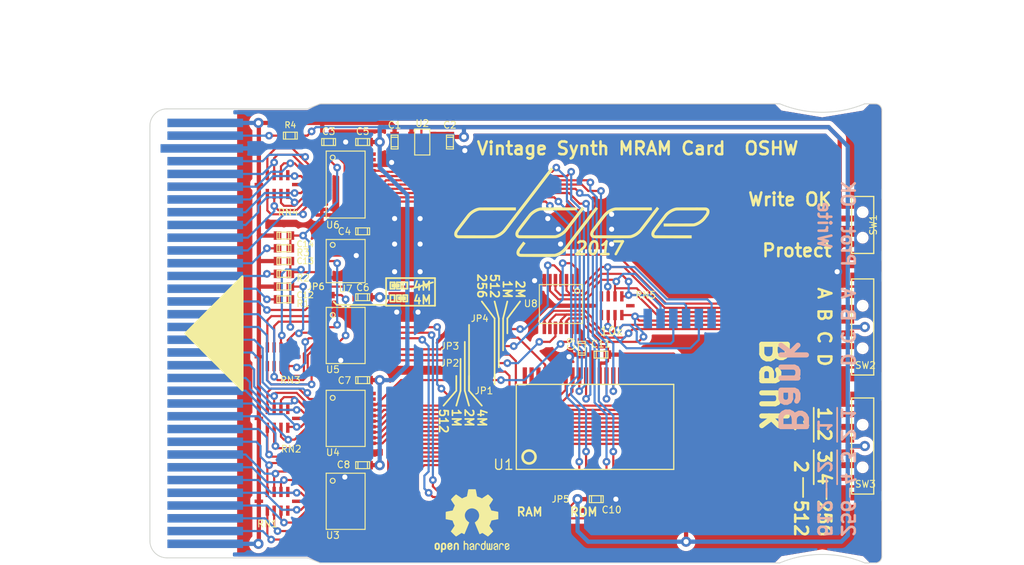
<source format=kicad_pcb>
(kicad_pcb (version 20221018) (generator pcbnew)
  (layers (0 "F.Cu" signal) (31 "B.Cu" signal) (34 "B.Paste" user) (35 "F.Paste" user) (36 "B.SilkS" user "B.Silkscreen") (37 "F.SilkS" user "F.Silkscreen") (38 "B.Mask" user) (39 "F.Mask" user) (44 "Edge.Cuts" user))
  (net 0 "")
  (net 1 "+3.3V")
  (net 2 "+5V")
  (net 3 "/A0C")
  (net 4 "/A0M")
  (net 5 "/A10C")
  (net 6 "/A10M")
  (net 7 "/A11C")
  (net 8 "/A11M")
  (net 9 "/A12C")
  (net 10 "/A12M")
  (net 11 "/A13C")
  (net 12 "/A13M")
  (net 13 "/A14C")
  (net 14 "/A14M")
  (net 15 "/A15C")
  (net 16 "/A15M")
  (net 17 "/A15M_C")
  (net 18 "/A15M_SW")
  (net 19 "/A16C")
  (net 20 "/A16M")
  (net 21 "/A16M_C")
  (net 22 "/A17C")
  (net 23 "/A17M")
  (net 24 "/A18M")
  (net 25 "/A1C")
  (net 26 "/A1M")
  (net 27 "/A2C")
  (net 28 "/A2M")
  (net 29 "/A3C")
  (net 30 "/A3M")
  (net 31 "/A4C")
  (net 32 "/A4M")
  (net 33 "/A5C")
  (net 34 "/A5M")
  (net 35 "/A6C")
  (net 36 "/A6M")
  (net 37 "/A7C")
  (net 38 "/A7M")
  (net 39 "/A8C")
  (net 40 "/A8M")
  (net 41 "/A9C")
  (net 42 "/A9M")
  (net 43 "/BANK2")
  (net 44 "/BANK3")
  (net 45 "/BANK4")
  (net 46 "/BANKB")
  (net 47 "/BANKC")
  (net 48 "/BANKD")
  (net 49 "/CEC")
  (net 50 "/D0C")
  (net 51 "/D0M")
  (net 52 "/D1C")
  (net 53 "/D1M")
  (net 54 "/D2C")
  (net 55 "/D2M")
  (net 56 "/D3C")
  (net 57 "/D3M")
  (net 58 "/D4C")
  (net 59 "/D4M")
  (net 60 "/D5C")
  (net 61 "/D5M")
  (net 62 "/D6C")
  (net 63 "/D6M")
  (net 64 "/D7C")
  (net 65 "/D7M")
  (net 66 "/WR_EN")
  (net 67 "/~{CEC}")
  (net 68 "/~{CEM}")
  (net 69 "/~{OEC}")
  (net 70 "/~{OEM}")
  (net 71 "/~{WEC}")
  (net 72 "/~{WEM}")
  (net 73 "GND")
  (net 74 "Net-(C12-Pad1)")
  (net 75 "Net-(C13-Pad1)")
  (net 76 "Net-(C14-Pad1)")
  (net 77 "Net-(RN3-Pad10)")
  (net 78 "Net-(RN3-Pad5)")
  (net 79 "Net-(RN5-Pad10)")
  (net 80 "Net-(RN5-Pad2)")
  (net 81 "Net-(SW2-Pad2)")
  (net 82 "Net-(SW3-Pad2)")
  (net 83 "Net-(U1-Pad1)")
  (net 84 "Net-(U1-Pad2)")
  (net 85 "Net-(U1-Pad21)")
  (net 86 "Net-(U1-Pad22)")
  (net 87 "Net-(U1-Pad23)")
  (net 88 "Net-(U1-Pad24)")
  (net 89 "Net-(U1-Pad30)")
  (net 90 "Net-(U1-Pad42)")
  (net 91 "Net-(U1-Pad43)")
  (net 92 "Net-(U1-Pad44)")
  (net 93 "Net-(U2-Pad4)")
  (net 94 "Net-(U5-Pad14)")
  (net 95 "Net-(U5-Pad18)")
  (net 96 "Net-(U7-Pad1)")
  (net 97 "Net-(U7-Pad10)")
  (net 98 "Net-(U7-Pad13)")
  (net 99 "Net-(J1-Pad33)")
  (net 100 "/A17M_C")
  (net 101 "/A18M_C")
  (net 102 "/A18C")
  (footprint "tssop-20" (layer "F.Cu") (at 63 86.75 -90)
    (fp_text reference "U3")
    (fp_text value "74LVX541" hide)
  )
  (footprint "tssop-14" (layer "F.Cu") (at 63 58.5 -90)
    (fp_text reference "U7")
    (fp_text value "74HC02" hide)
  )
  (footprint "tssop-14" (layer "F.Cu") (at 88.3 63.55 180)
    (fp_text reference "U8")
    (fp_text value "74HC02" hide)
  )
  (footprint "SOT23-5" (layer "F.Cu") (at 72 44.5 -90)
    (fp_text reference "U2")
    (fp_text value "MIC5265-3.3YD5" hide)
  )
  (footprint "CAT25" (layer "F.Cu") (at 55 86.75 180)
    (fp_text reference "RN1")
    (fp_text value "10k" hide)
  )
  (footprint "CAT25" (layer "F.Cu") (at 94.25 63.75)
    (fp_text reference "RN5")
    (fp_text value "10k")
  )
  (footprint "CAT25" (layer "F.Cu") (at 55 49.5 180)
    (fp_text reference "RN4")
    (fp_text value "10k" hide)
  )
  (footprint "CAT25" (layer "F.Cu") (at 55 77 180)
    (fp_text reference "RN2")
    (fp_text value "10k" hide)
  )
  (footprint "c_0603" (layer "F.Cu") (at 65 82.5)
    (fp_text reference "C8")
    (fp_text value "100n" hide)
  )
  (footprint "c_0603" (layer "F.Cu") (at 75.25 44.5 90)
    (fp_text reference "C2")
    (fp_text value "1uF X7R" hide)
  )
  (footprint "c_0603" (layer "F.Cu") (at 65 72.5)
    (fp_text reference "C7")
    (fp_text value "100n" hide)
  )
  (footprint "c_0603" (layer "F.Cu") (at 65 62.75)
    (fp_text reference "C6")
    (fp_text value "100n" hide)
  )
  (footprint "c_0603" (layer "F.Cu") (at 65 55)
    (fp_text reference "C4")
    (fp_text value "100n" hide)
  )
  (footprint "c_0603" (layer "F.Cu") (at 68.75 44.5 90)
    (fp_text reference "C1")
    (fp_text value "1uF X7R" hide)
  )
  (footprint "c_0603" (layer "F.Cu") (at 93 69.5)
    (fp_text reference "C11")
    (fp_text value "100n" hide)
  )
  (footprint "c_0603" (layer "F.Cu") (at 92.45 86.5 180)
    (fp_text reference "C10")
    (fp_text value "100n" hide)
  )
  (footprint "CUS-14B" (layer "F.Cu") (at 123.75 66.25 90)
    (fp_text reference "SW2")
    (fp_text value "SP4T" hide)
  )
  (footprint "CUS-14B" (layer "F.Cu") (at 123.75 80.25 90)
    (fp_text reference "SW3")
    (fp_text value "SP4T" hide)
  )
  (footprint "CUS-12B" (layer "F.Cu") (at 123.75 54.25 90)
    (fp_text reference "SW1")
    (fp_text value "SPDT" hide)
  )
  (footprint "tssop-20" (layer "F.Cu") (at 63 67.25 -90)
    (fp_text reference "U5")
    (fp_text value "74LVX541" hide)
  )
  (footprint "tssop-20" (layer "F.Cu") (at 63 77 -90)
    (fp_text reference "U4")
    (fp_text value "74LVX541" hide)
  )
  (footprint "tssop-24" (layer "F.Cu") (at 63 49.5 -90)
    (fp_text reference "U6")
    (fp_text value "74LVX4245" hide)
  )
  (footprint "S_JUMPER_3" (layer "F.Cu") (at 79 72.5)
    (fp_text reference "JP1")
    (fp_text value "JUMPER3" hide)
  )
  (footprint "S_JUMPER_3" (layer "F.Cu") (at 79 70.5)
    (fp_text reference "JP2")
    (fp_text value "JUMPER3" hide)
  )
  (footprint "dojoe" (layer "F.Cu") (at 90.75 52.75)
    (fp_text reference "VAL" hide)
    (fp_text value "REF" hide)
  )
  (footprint "c_0603" (layer "F.Cu") (at 55.75 63 180)
    (fp_text reference "R1")
    (fp_text value "100R" hide)
  )
  (footprint "c_0603" (layer "F.Cu") (at 55.75 60 180)
    (fp_text reference "R2")
    (fp_text value "100R" hide)
  )
  (footprint "c_0603" (layer "F.Cu") (at 55.75 57 180)
    (fp_text reference "R3")
    (fp_text value "100R" hide)
  )
  (footprint "S_JUMPER_3" (layer "F.Cu") (at 79 68.5)
    (fp_text reference "JP3")
    (fp_text value "JUMPER3" hide)
  )
  (footprint "c_0603" (layer "F.Cu") (at 55.75 61.5)
    (fp_text reference "C12")
    (fp_text value "100p" hide)
  )
  (footprint "c_0603" (layer "F.Cu") (at 55.75 55.5)
    (fp_text reference "C14")
    (fp_text value "100p" hide)
  )
  (footprint "c_0603" (layer "F.Cu") (at 90.75 68.75 90)
    (fp_text reference "C9")
    (fp_text value "100n" hide)
  )
  (footprint "CAT25" (layer "F.Cu") (at 55 69.75 180)
    (fp_text reference "RN3")
    (fp_text value "10k" hide)
  )
  (footprint "c_0603" (layer "F.Cu") (at 65 44.5)
    (fp_text reference "C5")
    (fp_text value "100n" hide)
  )
  (footprint "c_0603" (layer "F.Cu") (at 61 44.5 180)
    (fp_text reference "C3")
    (fp_text value "100n" hide)
  )
  (footprint "c_0603" (layer "F.Cu") (at 55.75 58.5)
    (fp_text reference "C13")
    (fp_text value "100p" hide)
  )
  (footprint "c_0603" (layer "F.Cu") (at 56.5 43.75 180)
    (fp_text reference "R4")
    (fp_text value "100R" hide)
  )
  (footprint "S_JUMPER_3" (layer "F.Cu") (at 79 66.5)
    (fp_text reference "JP4")
    (fp_text value "JUMPER3" hide)
  )
  (footprint "S_JUMPER_3" (layer "F.Cu") (at 87.75 87.75 180)
    (fp_text reference "JP5")
    (fp_text value "JUMPER3" hide)
  )
  (footprint "open-project:S_JUMPER_3" (layer "F.Cu") (at 60.75 62.5)
    (fp_text reference "JP6")
    (fp_text value "JUMPER3" hide)
  )
  (footprint "TSOP2-44" (layer "F.Cu") (at 92.45 78 90)
    (fp_text reference "U1")
    (fp_text value "EST-MR2A08A" hide)
  )
  (footprint "Symbol:OSHW-Logo2_9.8x8mm_SilkScreen" (layer "F.Cu") (at 77.846 89.047)
    (fp_text reference "REF**" hide)
    (fp_text value "OSHW-Logo2_9.8x8mm_SilkScreen" hide)
  )
  (footprint "EDGE1S34" (layer "B.Cu") (at 40 94 90)
    (fp_text reference "J1" hide)
    (fp_text value "D50-EDGECONN" hide)
  )
  (footprint "6P_TESTPT" (layer "B.Cu") (at 103 65.25)
    (fp_text reference "TP1" hide)
    (fp_text value "CONN_6" hide)
  )
  (gr_line (start 120.75 80.75) (end 120.75 84.75) (stroke (width 0.2)) (layer "B.SilkS"))
  (gr_line (start 120.75 75.75) (end 120.75 79.75) (stroke (width 0.2)) (layer "B.SilkS"))
  (gr_line (start 119.5 86.25) (end 119.5 84) (stroke (width 0.2)) (layer "B.SilkS"))
  (gr_line (start 122.25 86.25) (end 122.25 85.25) (stroke (width 0.2)) (layer "B.SilkS"))
  (gr_line (start 70.25 62.5) (end 69.75 62.5) (stroke (width 0.2)) (layer "F.SilkS"))
  (gr_line (start 70.25 63.25) (end 70.25 62.5) (stroke (width 0.2)) (layer "F.SilkS"))
  (gr_line (start 69.75 63.25) (end 70.25 63.25) (stroke (width 0.2)) (layer "F.SilkS"))
  (gr_line (start 69.75 62.5) (end 69.75 63.25) (stroke (width 0.2)) (layer "F.SilkS"))
  (gr_line (start 69.5 62.5) (end 69 62.5) (stroke (width 0.2)) (layer "F.SilkS"))
  (gr_line (start 69.5 63.25) (end 69.5 62.5) (stroke (width 0.2)) (layer "F.SilkS"))
  (gr_line (start 69 63.25) (end 69.5 63.25) (stroke (width 0.2)) (layer "F.SilkS"))
  (gr_line (start 69 62.5) (end 69 63.25) (stroke (width 0.2)) (layer "F.SilkS"))
  (gr_line (start 68.75 62.5) (end 68.25 62.5) (stroke (width 0.2)) (layer "F.SilkS"))
  (gr_line (start 68.75 63.25) (end 68.75 62.5) (stroke (width 0.2)) (layer "F.SilkS"))
  (gr_line (start 68.25 63.25) (end 68.75 63.25) (stroke (width 0.2)) (layer "F.SilkS"))
  (gr_line (start 68.25 62.5) (end 68.25 63.25) (stroke (width 0.2)) (layer "F.SilkS"))
  (gr_line (start 70.75 61.75) (end 73.25 61) (stroke (width 0.2)) (layer "F.SilkS"))
  (gr_line (start 69.25 61.25) (end 69.25 61.5) (stroke (width 0.2)) (layer "F.SilkS"))
  (gr_line (start 68.5 61.5) (end 68.5 61.25) (stroke (width 0.2)) (layer "F.SilkS"))
  (gr_line (start 70.25 61.75) (end 70.25 61) (stroke (width 0.2)) (layer "F.SilkS"))
  (gr_line (start 77 73.75) (end 77 68) (stroke (width 0.2)) (layer "F.SilkS"))
  (gr_line (start 81 65.25) (end 80.5 63.25) (stroke (width 0.2)) (layer "F.SilkS"))
  (gr_line (start 118 75.75) (end 118 79.75) (stroke (width 0.2)) (layer "F.SilkS"))
  (gr_line (start 118 80.75) (end 118 84.75) (stroke (width 0.2)) (layer "F.SilkS"))
  (gr_line (start 68.75 61) (end 68.25 61) (stroke (width 0.2)) (layer "F.SilkS"))
  (gr_line (start 67.75 60.5) (end 67.75 63.75) (stroke (width 0.2)) (layer "F.SilkS"))
  (gr_line (start 69.25 63) (end 69.25 62.75) (stroke (width 0.2)) (layer "F.SilkS"))
  (gr_line (start 68.5 61.25) (end 69.25 61.25) (stroke (width 0.2)) (layer "F.SilkS"))
  (gr_line (start 73.5 60.5) (end 67.75 60.5) (stroke (width 0.2)) (layer "F.SilkS"))
  (gr_line (start 81.5 65.25) (end 82 63.25) (stroke (width 0.2)) (layer "F.SilkS"))
  (gr_line (start 68.75 61.75) (end 68.75 61) (stroke (width 0.2)) (layer "F.SilkS"))
  (gr_line (start 80.5 65.25) (end 80.5 73) (stroke (width 0.2)) (layer "F.SilkS"))
  (gr_line (start 69.25 62.875) (end 70 62.875) (stroke (width 0.2)) (layer "F.SilkS"))
  (gr_line (start 116.75 86.25) (end 116.75 84) (stroke (width 0.2)) (layer "F.SilkS"))
  (gr_line (start 69 61.75) (end 69.5 61.75) (stroke (width 0.2)) (layer "F.SilkS"))
  (gr_line (start 70.25 61) (end 69.75 61) (stroke (width 0.2)) (layer "F.SilkS"))
  (gr_line (start 69.25 61.5) (end 68.5 61.5) (stroke (width 0.2)) (layer "F.SilkS"))
  (gr_line (start 77.5 73.75) (end 77.5 72) (stroke (width 0.2)) (layer "F.SilkS"))
  (gr_line (start 69.25 62.75) (end 70 62.75) (stroke (width 0.2)) (layer "F.SilkS"))
  (gr_line (start 61.95 63.65) (end 61.6 63.3) (stroke (width 0.2)) (layer "F.SilkS"))
  (gr_line (start 69.5 61.75) (end 69.5 61) (stroke (width 0.2)) (layer "F.SilkS"))
  (gr_line (start 82 65.25) (end 82 67) (stroke (width 0.2)) (layer "F.SilkS"))
  (gr_line (start 77.5 73.75) (end 79 75.5) (stroke (width 0.2)) (layer "F.SilkS"))
  (gr_line (start 69.5 61) (end 69 61) (stroke (width 0.2)) (layer "F.SilkS"))
  (gr_line (start 81.5 65.25) (end 81.5 69) (stroke (width 0.2)) (layer "F.SilkS"))
  (gr_line (start 76 72) (end 76 73.75) (stroke (width 0.2)) (layer "F.SilkS"))
  (gr_line (start 80.5 65.25) (end 79 63.25) (stroke (width 0.2)) (layer "F.SilkS"))
  (gr_line (start 68.25 61) (end 68.25 61.75) (stroke (width 0.2)) (layer "F.SilkS"))
  (gr_line (start 69 61) (end 69 61.75) (stroke (width 0.2)) (layer "F.SilkS"))
  (gr_line (start 68.25 61.75) (end 68.75 61.75) (stroke (width 0.2)) (layer "F.SilkS"))
  (gr_line (start 61.95 63.65) (end 67.65 63.65) (stroke (width 0.2)) (layer "F.SilkS"))
  (gr_line (start 77 73.75) (end 77.5 75.5) (stroke (width 0.2)) (layer "F.SilkS"))
  (gr_line (start 69.75 61.75) (end 70.25 61.75) (stroke (width 0.2)) (layer "F.SilkS"))
  (gr_line (start 67.75 63.75) (end 73.5 63.75) (stroke (width 0.2)) (layer "F.SilkS"))
  (gr_line (start 77.5 73.75) (end 77.5 66) (stroke (width 0.2)) (layer "F.SilkS"))
  (gr_line (start 82 65.25) (end 83.5 63.25) (stroke (width 0.2)) (layer "F.SilkS"))
  (gr_line (start 76.5 73.75) (end 76.5 70) (stroke (width 0.2)) (layer "F.SilkS"))
  (gr_line (start 73.5 63.75) (end 73.5 60.5) (stroke (width 0.2)) (layer "F.SilkS"))
  (gr_line (start 69.75 61) (end 69.75 61.75) (stroke (width 0.2)) (layer "F.SilkS"))
  (gr_line (start 81 65.25) (end 81 71) (stroke (width 0.2)) (layer "F.SilkS"))
  (gr_line (start 76 73.75) (end 74.5 75.5) (stroke (width 0.2)) (layer "F.SilkS"))
  (gr_line (start 70 62.75) (end 70 63) (stroke (width 0.2)) (layer "F.SilkS"))
  (gr_line (start 68.5 61.375) (end 69.25 61.375) (stroke (width 0.2)) (layer "F.SilkS"))
  (gr_line (start 70 63) (end 69.25 63) (stroke (width 0.2)) (layer "F.SilkS"))
  (gr_line (start 76.5 73.75) (end 76 75.5) (stroke (width 0.2)) (layer "F.SilkS"))
  (gr_line (start 119.5 86.5) (end 119.5 85.25) (stroke (width 0.2)) (layer "F.SilkS"))
  (gr_arc (start 42 93.4) (mid 40.585786 92.814214) (end 40 91.4) (stroke (width 0.1)) (layer "Edge.Cuts"))
  (gr_arc (start 40 42.6) (mid 40.585786 41.185786) (end 42 40.6) (stroke (width 0.1)) (layer "Edge.Cuts"))
  (gr_line (start 42 40.6) (end 58.5 40.6) (stroke (width 0.1)) (layer "Edge.Cuts"))
  (gr_line (start 58.5 93.4) (end 60 94) (stroke (width 0.1)) (layer "Edge.Cuts"))
  (gr_line (start 125.25 40) (end 124 40) (stroke (width 0.1)) (layer "Edge.Cuts"))
  (gr_line (start 126 93.25) (end 126 40.75) (stroke (width 0.1)) (layer "Edge.Cuts"))
  (gr_line (start 58.5 40.6) (end 60 40) (stroke (width 0.1)) (layer "Edge.Cuts"))
  (gr_arc (start 125.25 40) (mid 125.78033 40.21967) (end 126 40.75) (stroke (width 0.1)) (layer "Edge.Cuts"))
  (gr_line (start 60 94) (end 114 94) (stroke (width 0.1)) (layer "Edge.Cuts"))
  (gr_line (start 125.25 94) (end 124 94) (stroke (width 0.1)) (layer "Edge.Cuts"))
  (gr_line (start 42 93.4) (end 58.5 93.4) (stroke (width 0.1)) (layer "Edge.Cuts"))
  (gr_line (start 40 42.6) (end 40 91.4) (stroke (width 0.1)) (layer "Edge.Cuts"))
  (gr_arc (start 126 93.25) (mid 125.78033 93.78033) (end 125.25 94) (stroke (width 0.1)) (layer "Edge.Cuts"))
  (gr_line (start 60 40) (end 114 40) (stroke (width 0.1)) (layer "Edge.Cuts"))
  (gr_arc (start 114 94) (mid 119 93) (end 124 94) (stroke (width 0.1)) (layer "Edge.Cuts"))
  (gr_arc (start 124 40) (mid 119 41) (end 114 40) (stroke (width 0.1)) (layer "Edge.Cuts"))
  (gr_text "Bank" (at 115.5 73.25 270) (layer "B.SilkS") (effects (font (size 3 3) (thickness 0.6)) (justify mirror)))
  (gr_text "Prot" (at 122 56.8 270) (layer "B.SilkS") (effects (font (size 1.5 1.5) (thickness 0.3)) (justify mirror)))
  (gr_text "512" (at 119.25 88.75 270) (layer "B.SilkS") (effects (font (size 1.5 1.5) (thickness 0.3)) (justify mirror)))
  (gr_text "Write" (at 119.25 54.25 270) (layer "B.SilkS") (effects (font (size 1.5 1.5) (thickness 0.3)) (justify mirror)))
  (gr_text "2   1" (at 119.25 80.25 270) (layer "B.SilkS") (effects (font (size 1.5 1.5) (thickness 0.3)) (justify mirror)))
  (gr_text "256" (at 122 88.75 270) (layer "B.SilkS") (effects (font (size 1.5 1.5) (thickness 0.3)) (justify mirror)))
  (gr_text "4 3 2 1" (at 122 80.25 270) (layer "B.SilkS") (effects (font (size 1.5 1.5) (thickness 0.3)) (justify mirror)))
  (gr_text "D C B A" (at 122 66.25 270) (layer "B.SilkS") (effects (font (size 1.5 1.5) (thickness 0.3)) (justify mirror)))
  (gr_text "OK" (at 122 50.6 270) (layer "B.SilkS") (effects (font (size 1.5 1.5) (thickness 0.3)) (justify mirror)))
  (gr_text "4M" (at 79 75.75 270) (layer "F.SilkS") (effects (font (size 1 1) (thickness 0.2)) (justify left)))
  (gr_text "2M" (at 83.5 63 270) (layer "F.SilkS") (effects (font (size 1 1) (thickness 0.2)) (justify right)))
  (gr_text "1M" (at 82 63 270) (layer "F.SilkS") (effects (font (size 1 1) (thickness 0.2)) (justify right)))
  (gr_text "512" (at 80.5 63 270) (layer "F.SilkS") (effects (font (size 1 1) (thickness 0.2)) (justify right)))
  (gr_text "4M\n4M" (at 72 62.25) (layer "F.SilkS") (effects (font (size 1 1) (thickness 0.2))))
  (gr_text "ROM" (at 89.25 88) (layer "F.SilkS") (effects (font (size 1 1) (thickness 0.2)) (justify left)))
  (gr_text "2017" (at 92.75 57) (layer "F.SilkS") (effects (font (size 1.5 1.5) (thickness 0.3) italic)))
  (gr_text "1   2" (at 116.5 80.25 270) (layer "F.SilkS") (effects (font (size 1.5 1.5) (thickness 0.3))))
  (gr_text "256" (at 119.25 88.75 270) (layer "F.SilkS") (effects (font (size 1.5 1.5) (thickness 0.3))))
  (gr_text "Bank" (at 113.25 73 270) (layer "F.SilkS") (effects (font (size 3 3) (thickness 0.6))))
  (gr_text "1M" (at 76 75.75 270) (layer "F.SilkS") (effects (font (size 1 1) (thickness 0.2)) (justify left)))
  (gr_text "512" (at 74.5 75.75 270) (layer "F.SilkS") (effects (font (size 1 1) (thickness 0.2)) (justify left)))
  (gr_text "1 2 3 4" (at 119.25 80.25 270) (layer "F.SilkS") (effects (font (size 1.5 1.5) (thickness 0.3))))
  (gr_text "Write OK" (at 120.25 51.25) (layer "F.SilkS") (effects (font (size 1.5 1.5) (thickness 0.3)) (justify right)))
  (gr_text "2M" (at 77.5 75.75 270) (layer "F.SilkS") (effects (font (size 1 1) (thickness 0.2)) (justify left)))
  (gr_text "Protect" (at 120.25 57.25) (layer "F.SilkS") (effects (font (size 1.5 1.5) (thickness 0.3)) (justify right)))
  (gr_text "512" (at 116.5 88.75 270) (layer "F.SilkS") (effects (font (size 1.5 1.5) (thickness 0.3))))
  (gr_text "256" (at 79 63 270) (layer "F.SilkS") (effects (font (size 1 1) (thickness 0.2)) (justify right)))
  (gr_text "A B C D" (at 119.25 66.25 270) (layer "F.SilkS") (effects (font (size 1.5 1.5) (thickness 0.3))))
  (gr_text "RAM" (at 86.25 88) (layer "F.SilkS") (effects (font (size 1 1) (thickness 0.2)) (justify right)))
  (gr_text "Vintage Synth MRAM Card  OSHW" (at 78.25 45.25) (layer "F.SilkS") (effects (font (size 1.5 1.5) (thickness 0.3)) (justify left)))
  (segment (start 65.79908 44.54724) (end 65.75184 44.5) (width 0.4) (layer "F.Cu") (net 1))
  (segment (start 65.79908 62.79724) (end 65.75184 62.75) (width 0.4) (layer "F.Cu") (net 1))
  (segment (start 65.79908 72.54724) (end 65.75184 72.5) (width 0.4) (layer "F.Cu") (net 1))
  (segment (start 65.79908 82.54724) (end 65.75184 82.5) (width 0.4) (layer "F.Cu") (net 1))
  (segment (start 75.04934 43.5475) (end 75.25 43.74816) (width 0.5) (layer "F.Cu") (net 1))
  (segment (start 65.75184 44.5) (end 67 44.5) (width 0.5) (layer "F.Cu") (net 1))
  (segment (start 67 72.5) (end 65.75184 72.5) (width 0.5) (layer "F.Cu") (net 1))
  (segment (start 92.04846 86.1497) (end 92.04846 84) (width 0.5) (layer "F.Cu") (net 1))
  (segment (start 75.40184 43.9) (end 76.9 43.9) (width 0.5) (layer "F.Cu") (net 1))
  (segment (start 122 80.3) (end 122 79.5) (width 0.5) (layer "F.Cu") (net 1))
  (segment (start 122 66.3) (end 122 65.5) (width 0.5) (layer "F.Cu") (net 1))
  (segment (start 124 80.25) (end 123.95 80.3) (width 0.5) (layer "F.Cu") (net 1))
  (segment (start 123.95 80.3) (end 122 80.3) (width 0.5) (layer "F.Cu") (net 1))
  (segment (start 123.95 66.3) (end 124 66.25) (width 0.5) (layer "F.Cu") (net 1))
  (segment (start 90.24816 66.35164) (end 90.25072 66.34908) (width 0.4) (layer "F.Cu") (net 1))
  (segment (start 93 70.5) (end 93.5 70.5) (width 0.4) (layer "F.Cu") (net 1))
  (segment (start 93.5 70.5) (end 93.75184 70.24816) (width 0.4) (layer "F.Cu") (net 1))
  (segment (start 93.75184 69.5) (end 93.75184 70.24816) (width 0.4) (layer "F.Cu") (net 1))
  (segment (start 93.75184 68.75184) (end 93.577002 68.577002) (width 0.4) (layer "F.Cu") (net 1))
  (segment (start 93.577002 68.577002) (end 92.577002 68.577002) (width 0.4) (layer "F.Cu") (net 1))
  (segment (start 92.577002 68.577002) (end 91.99816 67.99816) (width 0.4) (layer "F.Cu") (net 1))
  (segment (start 91.99816 67.99816) (end 90.75 67.99816) (width 0.4) (layer "F.Cu") (net 1))
  (segment (start 90.75 66.84836) (end 90.25072 66.34908) (width 0.4) (layer "F.Cu") (net 1))
  (segment (start 89 87.75) (end 90.25 86.5) (width 0.254) (layer "F.Cu") (net 1))
  (segment (start 101.5 69.5) (end 103 71) (width 0.5) (layer "F.Cu") (net 1))
  (segment (start 103 71) (end 103 91.5) (width 0.5) (layer "F.Cu") (net 1))
  (segment (start 67 82.5) (end 65.75184 82.5) (width 0.5) (layer "F.Cu") (net 1))
  (segment (start 58.5 43.75) (end 59 43.25) (width 0.254) (layer "F.Cu") (net 1))
  (segment (start 92.84936 70.65064) (end 92.84936 72.00002) (width 0.4) (layer "F.Cu") (net 1))
  (segment (start 122 67) (end 122 66.3) (width 0.5) (layer "F.Cu") (net 1))
  (segment (start 73.27 43.5475) (end 75.04934 43.5475) (width 0.5) (layer "F.Cu") (net 1))
  (segment (start 93.75184 69.5) (end 93.75184 68.75184) (width 0.4) (layer "F.Cu") (net 1))
  (segment (start 90.75 67.99816) (end 90.75 66.84836) (width 0.4) (layer "F.Cu") (net 1))
  (segment (start 122 66.3) (end 123.95 66.3) (width 0.5) (layer "F.Cu") (net 1))
  (segment (start 65.79908 83.82392) (end 65.79908 82.54724) (width 0.4) (layer "F.Cu") (net 1))
  (segment (start 58.5 43.75) (end 57.25184 43.75) (width 0.254) (layer "F.Cu") (net 1))
  (segment (start 65.79908 64.32392) (end 65.79908 62.79724) (width 0.4) (layer "F.Cu") (net 1))
  (segment (start 65.79908 45.92622) (end 65.79908 46.57392) (width 0.4) (layer "F.Cu") (net 1))
  (segment (start 93 70.5) (end 92.84936 70.65064) (width 0.4) (layer "F.Cu") (net 1))
  (segment (start 67 62.75) (end 65.75184 62.75) (width 0.5) (layer "F.Cu") (net 1))
  (segment (start 65.79908 45.92622) (end 65.79908 44.54724) (width 0.4) (layer "F.Cu") (net 1))
  (segment (start 91.69816 86.5) (end 90.25 86.5) (width 0.5) (layer "F.Cu") (net 1))
  (segment (start 93.75184 69.5) (end 101.5 69.5) (width 0.5) (layer "F.Cu") (net 1))
  (segment (start 122 81) (end 122 80.3) (width 0.5) (layer "F.Cu") (net 1))
  (segment (start 88.4612 87.75) (end 89 87.75) (width 0.254) (layer "F.Cu") (net 1))
  (segment (start 75.25 43.74816) (end 75.40184 43.9) (width 0.5) (layer "F.Cu") (net 1))
  (segment (start 91.69816 86.5) (end 92.04846 86.1497) (width 0.5) (layer "F.Cu") (net 1))
  (segment (start 65.79908 74.07392) (end 65.79908 72.54724) (width 0.4) (layer "F.Cu") (net 1))
  (via (at 59 43.25) (size 0.9) (drill 0.4) (layers "F.Cu" "B.Cu") (net 1))
  (via (at 103 91.5) (size 1.2) (drill 0.6) (layers "F.Cu" "B.Cu") (net 1))
  (via (at 90.25 86.5) (size 1.2) (drill 0.6) (layers "F.Cu" "B.Cu") (net 1))
  (via (at 124 66.25) (size 1.2) (drill 0.6) (layers "F.Cu" "B.Cu") (net 1))
  (via (at 67 62.75) (size 1.2) (drill 0.6) (layers "F.Cu" "B.Cu") (net 1))
  (via (at 67 72.5) (size 1.2) (drill 0.6) (layers "F.Cu" "B.Cu") (net 1))
  (via (at 76.9 43.9) (size 1.2) (drill 0.6) (layers "F.Cu" "B.Cu") (net 1))
  (via (at 124 80.25) (size 1.2) (drill 0.6) (layers "F.Cu" "B.Cu") (net 1))
  (via (at 67 44.5) (size 1.2) (drill 0.6) (layers "F.Cu" "B.Cu") (net 1))
  (via (at 67 82.5) (size 1.2) (drill 0.6) (layers "F.Cu" "B.Cu") (net 1))
  (segment (start 119.75 42.75) (end 122 45) (width 0.5) (layer "B.Cu") (net 1))
  (segment (start 122 45) (end 122 66.25) (width 0.5) (layer "B.Cu") (net 1))
  (segment (start 124 66.25) (end 122 66.25) (width 0.5) (layer "B.Cu") (net 1))
  (segment (start 122 66.25) (end 122 80.25) (width 0.5) (layer "B.Cu") (net 1))
  (segment (start 76.9 42.75) (end 119.75 42.75) (width 0.5) (layer "B.Cu") (net 1))
  (segment (start 67 42.75) (end 67.5 42.75) (width 0.5) (layer "B.Cu") (net 1))
  (segment (start 122 90.75) (end 121.25 91.5) (width 0.5) (layer "B.Cu") (net 1))
  (segment (start 121.25 91.5) (end 103 91.5) (width 0.5) (layer "B.Cu") (net 1))
  (segment (start 91.5 91.5) (end 90.25 90.25) (width 0.5) (layer "B.Cu") (net 1))
  (segment (start 90.25 90.25) (end 90.25 86.5) (width 0.5) (layer "B.Cu") (net 1))
  (segment (start 103 91.5) (end 91.5 91.5) (width 0.5) (layer "B.Cu") (net 1))
  (segment (start 68.5 72.5) (end 70.25 70.75) (width 0.5) (layer "B.Cu") (net 1))
  (segment (start 70.25 70.75) (end 70.25 62.75) (width 0.5) (layer "B.Cu") (net 1))
  (segment (start 70.25 50.75) (end 67 47.5) (width 0.5) (layer "B.Cu") (net 1))
  (segment (start 70.25 62.75) (end 70.25 50.75) (width 0.5) (layer "B.Cu") (net 1))
  (segment (start 70.75 42.75) (end 76.9 42.75) (width 0.5) (layer "B.Cu") (net 1))
  (segment (start 67.5 42.75) (end 70.75 42.75) (width 0.5) (layer "B.Cu") (net 1))
  (segment (start 59 43.25) (end 59.5 42.75) (width 0.254) (layer "B.Cu") (net 1))
  (segment (start 67 42.75) (end 59.5 42.75) (width 0.254) (layer "B.Cu") (net 1))
  (segment (start 67 62.75) (end 70.25 62.75) (width 0.5) (layer "B.Cu") (net 1))
  (segment (start 67 44.5) (end 67 42.75) (width 0.5) (layer "B.Cu") (net 1))
  (segment (start 67 72.5) (end 68.5 72.5) (width 0.5) (layer "B.Cu") (net 1))
  (segment (start 76.9 42.75) (end 76.9 43.9) (width 0.5) (layer "B.Cu") (net 1))
  (segment (start 67 72.5) (end 67 82.5) (width 0.5) (layer "B.Cu") (net 1))
  (segment (start 122 80.25) (end 122 90.75) (width 0.5) (layer "B.Cu") (net 1))
  (segment (start 122 80.25) (end 124 80.25) (width 0.5) (layer "B.Cu") (net 1))
  (segment (start 67 44.5) (end 67 47.5) (width 0.5) (layer "B.Cu") (net 1))
  (segment (start 70.8525 45.4525) (end 70.73 45.4525) (width 0.5) (layer "F.Cu") (net 2))
  (segment (start 68.75 42.75) (end 70.73 42.75) (width 0.5) (layer "F.Cu") (net 2))
  (segment (start 70.73 42.75) (end 71.9 42.75) (width 0.5) (layer "F.Cu") (net 2))
  (segment (start 121.65 52) (end 121.05 51.4) (width 0.5) (layer "F.Cu") (net 2))
  (segment (start 121.05 44.05) (end 119.75 42.75) (width 0.5) (layer "F.Cu") (net 2))
  (segment (start 65.79908 55.04724) (end 65.75184 55) (width 0.4) (layer "F.Cu") (net 2))
  (segment (start 65.75184 54.50184) (end 65.25 54) (width 0.5) (layer "F.Cu") (net 2))
  (segment (start 65.25 54) (end 64.5 54) (width 0.5) (layer "F.Cu") (net 2))
  (segment (start 64.5 54) (end 63 52.5) (width 0.5) (layer "F.Cu") (net 2))
  (segment (start 63 52.5) (end 63 47) (width 0.5) (layer "F.Cu") (net 2))
  (segment (start 71.9 42.75) (end 71.75 42.75) (width 0.254) (layer "F.Cu") (net 2))
  (segment (start 71.75 42.75) (end 119.75 42.75) (width 0.5) (layer "F.Cu") (net 2))
  (segment (start 71.5475 45.4525) (end 71.9 45.1) (width 0.254) (layer "F.Cu") (net 2))
  (segment (start 71.9 45.1) (end 71.9 42.75) (width 0.254) (layer "F.Cu") (net 2))
  (segment (start 60.20092 44.54724) (end 60.24816 44.5) (width 0.4) (layer "F.Cu") (net 2))
  (segment (start 52.8 91.7) (end 52.75 91.75) (width 0.5) (layer "F.Cu") (net 2))
  (segment (start 52.8 42.3) (end 52.75 42.25) (width 0.5) (layer "F.Cu") (net 2))
  (segment (start 52.8 55.5) (end 52.8 49.5) (width 0.5) (layer "F.Cu") (net 2))
  (segment (start 52.8 58.5) (end 52.8 55.5) (width 0.5) (layer "F.Cu") (net 2))
  (segment (start 52.8 61.5) (end 52.8 58.5) (width 0.5) (layer "F.Cu") (net 2))
  (segment (start 68.25 42.25) (end 68.75 42.75) (width 0.5) (layer "F.Cu") (net 2))
  (segment (start 60.24816 42.25) (end 60.25 42.25) (width 0.5) (layer "F.Cu") (net 2))
  (segment (start 60.25 42.25) (end 68.25 42.25) (width 0.5) (layer "F.Cu") (net 2))
  (segment (start 52.8 69.75) (end 52.8 61.5) (width 0.5) (layer "F.Cu") (net 2))
  (segment (start 54.99816 55.5) (end 52.8 55.5) (width 0.5) (layer "F.Cu") (net 2))
  (segment (start 60.24816 44.5) (end 60.24816 42.25) (width 0.5) (layer "F.Cu") (net 2))
  (segment (start 70.73 45.4525) (end 71.5475 45.4525) (width 0.254) (layer "F.Cu") (net 2))
  (segment (start 65.75184 55) (end 65.75184 54.50184) (width 0.5) (layer "F.Cu") (net 2))
  (segment (start 70.73 43.5475) (end 70.73 42.75) (width 0.5) (layer "F.Cu") (net 2))
  (segment (start 63 47) (end 61.75 45.75) (width 0.5) (layer "F.Cu") (net 2))
  (segment (start 65.79908 56.54928) (end 65.79908 55.04724) (width 0.4) (layer "F.Cu") (net 2))
  (segment (start 52.75 42.25) (end 60.25 42.25) (width 0.5) (layer "F.Cu") (net 2))
  (segment (start 52.8 86.75) (end 52.8 77) (width 0.5) (layer "F.Cu") (net 2))
  (segment (start 52.8 49.5) (end 52.8 42.3) (width 0.5) (layer "F.Cu") (net 2))
  (segment (start 61.75 45.75) (end 60.20092 45.75) (width 0.5) (layer "F.Cu") (net 2))
  (segment (start 68.75 43.74816) (end 68.75 42.75) (width 0.5) (layer "F.Cu") (net 2))
  (segment (start 54.99816 58.5) (end 52.8 58.5) (width 0.5) (layer "F.Cu") (net 2))
  (segment (start 52.8 86.75) (end 52.8 91.7) (width 0.5) (layer "F.Cu") (net 2))
  (segment (start 52.8 77) (end 52.8 69.75) (width 0.5) (layer "F.Cu") (net 2))
  (segment (start 121.65 52) (end 122 52) (width 0.5) (layer "F.Cu") (net 2))
  (segment (start 54.99816 61.5) (end 52.8 61.5) (width 0.5) (layer "F.Cu") (net 2))
  (segment (start 60.20092 45.92622) (end 60.20092 44.54724) (width 0.4) (layer "F.Cu") (net 2))
  (segment (start 121.05 51.4) (end 121.05 44.05) (width 0.5) (layer "F.Cu") (net 2))
  (via (at 52.75 91.75) (size 1.2) (drill 0.6) (layers "F.Cu" "B.Cu") (net 2))
  (via (at 52.75 42.25) (size 1.2) (drill 0.6) (layers "F.Cu" "B.Cu") (net 2))
  (segment (start 52.75 42.25) (end 46.5 42.25) (width 0.5) (layer "B.Cu") (net 2))
  (segment (start 52.75 91.75) (end 46.5 91.75) (width 0.5) (layer "B.Cu") (net 2))
  (segment (start 58.72416 89.02584) (end 56.5 91.25) (width 0.254) (layer "F.Cu") (net 3))
  (segment (start 56.5 91.25) (end 54.25 91.25) (width 0.254) (layer "F.Cu") (net 3))
  (segment (start 54.25 91.25) (end 53.8 90.8) (width 0.254) (layer "F.Cu") (net 3))
  (segment (start 53.8 90.8) (end 53.8 87.85) (width 0.254) (layer "F.Cu") (net 3))
  (segment (start 60.20092 89.02584) (end 58.72416 89.02584) (width 0.254) (layer "F.Cu") (net 3))
  (via (at 54.25 91.25) (size 0.9) (drill 0.4) (layers "F.Cu" "B.Cu") (net 3))
  (segment (start 53.25 90.25) (end 54.25 91.25) (width 0.254) (layer "B.Cu") (net 3))
  (segment (start 46.5 90.25) (end 53.25 90.25) (width 0.254) (layer "B.Cu") (net 3))
  (segment (start 85.64766 82.84766) (end 85.3 82.5) (width 0.254) (layer "F.Cu") (net 4))
  (segment (start 70.07392 89.67608) (end 71.5 88.25) (width 0.254) (layer "F.Cu") (net 4))
  (segment (start 71.5 88.25) (end 71.5 83.25) (width 0.254) (layer "F.Cu") (net 4))
  (segment (start 71.5 83.25) (end 72.25 82.5) (width 0.254) (layer "F.Cu") (net 4))
  (segment (start 72.25 82.5) (end 85.3 82.5) (width 0.254) (layer "F.Cu") (net 4))
  (segment (start 65.79908 89.67608) (end 70.07392 89.67608) (width 0.254) (layer "F.Cu") (net 4))
  (segment (start 85.64766 82.84766) (end 85.64766 84) (width 0.254) (layer "F.Cu") (net 4))
  (segment (start 60.20092 77.97536) (end 58.52464 77.97536) (width 0.254) (layer "F.Cu") (net 5))
  (segment (start 55.4 79.15) (end 55.4 78.1) (width 0.254) (layer "F.Cu") (net 5))
  (segment (start 55.75 79.5) (end 55.4 79.15) (width 0.254) (layer "F.Cu") (net 5))
  (segment (start 57 79.5) (end 56.25 79.5) (width 0.254) (layer "F.Cu") (net 5))
  (segment (start 58.52464 77.97536) (end 57 79.5) (width 0.254) (layer "F.Cu") (net 5))
  (segment (start 56.25 79.5) (end 55.75 79.5) (width 0.254) (layer "F.Cu") (net 5))
  (via (at 56.25 79.5) (size 0.9) (drill 0.4) (layers "F.Cu" "B.Cu") (net 5))
  (segment (start 52 75.25) (end 56.25 79.5) (width 0.254) (layer "B.Cu") (net 5))
  (segment (start 46.5 75.25) (end 52 75.25) (width 0.254) (layer "B.Cu") (net 5))
  (segment (start 98.55 77.5) (end 99.24936 76.80064) (width 0.254) (layer "F.Cu") (net 6))
  (segment (start 67.1244 78.6256) (end 68.25 77.5) (width 0.254) (layer "F.Cu") (net 6))
  (segment (start 68.25 77.5) (end 98.55 77.5) (width 0.254) (layer "F.Cu") (net 6))
  (segment (start 99.24936 76.80064) (end 99.24936 72.00002) (width 0.254) (layer "F.Cu") (net 6))
  (segment (start 65.79908 78.6256) (end 67.1244 78.6256) (width 0.254) (layer "F.Cu") (net 6))
  (segment (start 60.20092 77.32512) (end 58.42488 77.32512) (width 0.254) (layer "F.Cu") (net 7))
  (segment (start 56.3 78) (end 56.2 78.1) (width 0.254) (layer "F.Cu") (net 7))
  (segment (start 57.75 78) (end 57.25 78) (width 0.254) (layer "F.Cu") (net 7))
  (segment (start 57.25 78) (end 56.3 78) (width 0.254) (layer "F.Cu") (net 7))
  (segment (start 58.42488 77.32512) (end 57.75 78) (width 0.254) (layer "F.Cu") (net 7))
  (via (at 57.25 78) (size 0.9) (drill 0.4) (layers "F.Cu" "B.Cu") (net 7))
  (segment (start 51.25 73.75) (end 54 76.5) (width 0.254) (layer "B.Cu") (net 7))
  (segment (start 54 76.5) (end 55.75 76.5) (width 0.254) (layer "B.Cu") (net 7))
  (segment (start 55.75 76.5) (end 57.25 78) (width 0.254) (layer "B.Cu") (net 7))
  (segment (start 46.5 73.75) (end 51.25 73.75) (width 0.254) (layer "B.Cu") (net 7))
  (segment (start 97.8 77) (end 98.44926 76.35074) (width 0.254) (layer "F.Cu") (net 8))
  (segment (start 67.02464 77.97536) (end 68 77) (width 0.254) (layer "F.Cu") (net 8))
  (segment (start 68 77) (end 97.8 77) (width 0.254) (layer "F.Cu") (net 8))
  (segment (start 65.79908 77.97536) (end 67.02464 77.97536) (width 0.254) (layer "F.Cu") (net 8))
  (segment (start 98.44926 76.35074) (end 98.44926 72.00002) (width 0.254) (layer "F.Cu") (net 8))
  (segment (start 60.20092 76.67488) (end 58.42488 76.67488) (width 0.254) (layer "F.Cu") (net 9))
  (segment (start 56.3 76) (end 56.2 75.9) (width 0.254) (layer "F.Cu") (net 9))
  (segment (start 57.75 76) (end 57.25 76) (width 0.254) (layer "F.Cu") (net 9))
  (segment (start 57.25 76) (end 56.3 76) (width 0.254) (layer "F.Cu") (net 9))
  (segment (start 58.42488 76.67488) (end 57.75 76) (width 0.254) (layer "F.Cu") (net 9))
  (via (at 57.25 76) (size 0.9) (drill 0.4) (layers "F.Cu" "B.Cu") (net 9))
  (segment (start 51.25 72.25) (end 51.75 72.75) (width 0.254) (layer "B.Cu") (net 9))
  (segment (start 51.75 72.75) (end 51.75 73.5) (width 0.254) (layer "B.Cu") (net 9))
  (segment (start 51.75 73.5) (end 54.25 76) (width 0.254) (layer "B.Cu") (net 9))
  (segment (start 54.25 76) (end 57.25 76) (width 0.254) (layer "B.Cu") (net 9))
  (segment (start 46.5 72.25) (end 51.25 72.25) (width 0.254) (layer "B.Cu") (net 9))
  (segment (start 97.05 76.5) (end 97.64916 75.90084) (width 0.254) (layer "F.Cu") (net 10))
  (segment (start 66.92488 77.32512) (end 67.75 76.5) (width 0.254) (layer "F.Cu") (net 10))
  (segment (start 67.75 76.5) (end 97.05 76.5) (width 0.254) (layer "F.Cu") (net 10))
  (segment (start 97.64916 75.90084) (end 97.64916 72.00002) (width 0.254) (layer "F.Cu") (net 10))
  (segment (start 65.79908 77.32512) (end 66.92488 77.32512) (width 0.254) (layer "F.Cu") (net 10))
  (segment (start 58.52464 76.02464) (end 60.20092 76.02464) (width 0.254) (layer "F.Cu") (net 11))
  (segment (start 55.4 75.9) (end 55.4 74.85) (width 0.254) (layer "F.Cu") (net 11))
  (segment (start 55.75 74.5) (end 55.4 74.85) (width 0.254) (layer "F.Cu") (net 11))
  (segment (start 57 74.5) (end 57.5 75) (width 0.254) (layer "F.Cu") (net 11))
  (segment (start 57.4 74.9) (end 57.5 75) (width 0.254) (layer "F.Cu") (net 11))
  (segment (start 57.5 75) (end 58.52464 76.02464) (width 0.254) (layer "F.Cu") (net 11))
  (segment (start 55.75 74.5) (end 57 74.5) (width 0.254) (layer "F.Cu") (net 11))
  (segment (start 57 74.9) (end 57.4 74.9) (width 0.254) (layer "F.Cu") (net 11))
  (via (at 57 74.9) (size 0.9) (drill 0.4) (layers "F.Cu" "B.Cu") (net 11))
  (segment (start 51.75 70.75) (end 52.25 71.25) (width 0.254) (layer "B.Cu") (net 11))
  (segment (start 52.25 71.25) (end 52.25 73.25) (width 0.254) (layer "B.Cu") (net 11))
  (segment (start 52.25 73.25) (end 54.25 75.25) (width 0.254) (layer "B.Cu") (net 11))
  (segment (start 54.25 75.25) (end 56.65 75.25) (width 0.254) (layer "B.Cu") (net 11))
  (segment (start 56.65 75.25) (end 57 74.9) (width 0.254) (layer "B.Cu") (net 11))
  (segment (start 46.5 70.75) (end 51.75 70.75) (width 0.254) (layer "B.Cu") (net 11))
  (segment (start 96.25 76) (end 96.84906 75.40094) (width 0.254) (layer "F.Cu") (net 12))
  (segment (start 96.84906 75.40094) (end 96.84906 72.00002) (width 0.254) (layer "F.Cu") (net 12))
  (segment (start 66.82512 76.67488) (end 67.5 76) (width 0.254) (layer "F.Cu") (net 12))
  (segment (start 65.79908 76.67488) (end 66.82512 76.67488) (width 0.254) (layer "F.Cu") (net 12))
  (segment (start 67.5 76) (end 96.25 76) (width 0.254) (layer "F.Cu") (net 12))
  (segment (start 60.20092 75.3744) (end 58.6244 75.3744) (width 0.254) (layer "F.Cu") (net 13))
  (segment (start 58.6244 75.3744) (end 57.25 74) (width 0.254) (layer "F.Cu") (net 13))
  (segment (start 54.75 74) (end 54.6 74.15) (width 0.254) (layer "F.Cu") (net 13))
  (segment (start 54.6 74.15) (end 54.6 74.374) (width 0.254) (layer "F.Cu") (net 13))
  (segment (start 54.6 74.374) (end 54.6 75.9) (width 0.254) (layer "F.Cu") (net 13))
  (segment (start 57.25 74) (end 54.75 74) (width 0.254) (layer "F.Cu") (net 13))
  (via (at 54.6 74.374) (size 0.9) (drill 0.4) (layers "F.Cu" "B.Cu") (net 13))
  (segment (start 52.045998 69.25) (end 52.75 69.954002) (width 0.254) (layer "B.Cu") (net 13))
  (segment (start 52.75 69.954002) (end 52.75 73) (width 0.254) (layer "B.Cu") (net 13))
  (segment (start 52.75 73) (end 54.124 74.374) (width 0.254) (layer "B.Cu") (net 13))
  (segment (start 54.124 74.374) (end 54.6 74.374) (width 0.254) (layer "B.Cu") (net 13))
  (segment (start 46.5 69.25) (end 52.045998 69.25) (width 0.254) (layer "B.Cu") (net 13))
  (segment (start 95.55 75.5) (end 96.04896 75.00104) (width 0.254) (layer "F.Cu") (net 14))
  (segment (start 66.72536 76.02464) (end 67.25 75.5) (width 0.254) (layer "F.Cu") (net 14))
  (segment (start 67.25 75.5) (end 95.55 75.5) (width 0.254) (layer "F.Cu") (net 14))
  (segment (start 65.79908 76.02464) (end 66.72536 76.02464) (width 0.254) (layer "F.Cu") (net 14))
  (segment (start 96.04896 75.00104) (end 96.04896 72.00002) (width 0.254) (layer "F.Cu") (net 14))
  (segment (start 60.20092 74.72416) (end 58.72416 74.72416) (width 0.254) (layer "F.Cu") (net 15))
  (segment (start 53.8 73.95) (end 53.8 75.9) (width 0.254) (layer "F.Cu") (net 15))
  (segment (start 54.25 73.5) (end 53.8 73.95) (width 0.254) (layer "F.Cu") (net 15))
  (segment (start 57.5 73.5) (end 54.25 73.5) (width 0.254) (layer "F.Cu") (net 15))
  (segment (start 58.72416 74.72416) (end 58.25 74.25) (width 0.254) (layer "F.Cu") (net 15))
  (segment (start 58.5 74) (end 58.25 74.25) (width 0.254) (layer "F.Cu") (net 15))
  (segment (start 58.25 74.25) (end 57.5 73.5) (width 0.254) (layer "F.Cu") (net 15))
  (via (at 58.5 74) (size 0.9) (drill 0.4) (layers "F.Cu" "B.Cu") (net 15))
  (segment (start 54 73.5) (end 58 73.5) (width 0.254) (layer "B.Cu") (net 15))
  (segment (start 58 73.5) (end 58.5 74) (width 0.254) (layer "B.Cu") (net 15))
  (segment (start 52.25 67.75) (end 53.25 68.75) (width 0.254) (layer "B.Cu") (net 15))
  (segment (start 53.25 68.75) (end 53.25 72.75) (width 0.254) (layer "B.Cu") (net 15))
  (segment (start 53.25 72.75) (end 54 73.5) (width 0.254) (layer "B.Cu") (net 15))
  (segment (start 46.5 67.75) (end 52.25 67.75) (width 0.254) (layer "B.Cu") (net 15))
  (segment (start 88 74.5) (end 79.5 74.5) (width 0.254) (layer "F.Cu") (net 16))
  (segment (start 79.5 74.5) (end 79 74) (width 0.254) (layer "F.Cu") (net 16))
  (segment (start 79 72.5) (end 79 74) (width 0.254) (layer "F.Cu") (net 16))
  (segment (start 88.84886 73.65114) (end 88.84886 72.00002) (width 0.254) (layer "F.Cu") (net 16))
  (segment (start 88 74.5) (end 88.84886 73.65114) (width 0.254) (layer "F.Cu") (net 16))
  (segment (start 66.6256 75.3744) (end 65.794 75.3744) (width 0.254) (layer "F.Cu") (net 17))
  (segment (start 69.5 72.5) (end 68.5 73.5) (width 0.254) (layer "F.Cu") (net 17))
  (segment (start 68.5 73.5) (end 66.6256 75.3744) (width 0.254) (layer "F.Cu") (net 17))
  (segment (start 78.2888 72.5) (end 69.5 72.5) (width 0.254) (layer "F.Cu") (net 17))
  (segment (start 88.25 68.25) (end 88.5 68) (width 0.254) (layer "F.Cu") (net 18))
  (segment (start 88.5 68) (end 89.25 68) (width 0.254) (layer "F.Cu") (net 18))
  (segment (start 89.25 68) (end 89.60048 67.64952) (width 0.254) (layer "F.Cu") (net 18))
  (segment (start 89.60048 67.64952) (end 89.60048 66.34908) (width 0.254) (layer "F.Cu") (net 18))
  (segment (start 79.7112 72.5) (end 81.25 72.5) (width 0.254) (layer "F.Cu") (net 18))
  (via (at 81.25 72.5) (size 0.9) (drill 0.4) (layers "F.Cu" "B.Cu") (net 18))
  (via (at 88.25 68.25) (size 0.9) (drill 0.4) (layers "F.Cu" "B.Cu") (net 18))
  (segment (start 84 72.5) (end 88.25 68.25) (width 0.254) (layer "B.Cu") (net 18))
  (segment (start 81.25 72.5) (end 84 72.5) (width 0.254) (layer "B.Cu") (net 18))
  (segment (start 59.22416 69.52584) (end 59 69.75) (width 0.254) (layer "F.Cu") (net 19))
  (segment (start 53.8 72.55) (end 53.8 70.85) (width 0.254) (layer "F.Cu") (net 19))
  (segment (start 60.20092 69.52584) (end 59.22416 69.52584) (width 0.254) (layer "F.Cu") (net 19))
  (segment (start 54.25 73) (end 53.8 72.55) (width 0.254) (layer "F.Cu") (net 19))
  (segment (start 59 69.75) (end 59 73) (width 0.254) (layer "F.Cu") (net 19))
  (segment (start 59 73) (end 54.25 73) (width 0.254) (layer "F.Cu") (net 19))
  (via (at 59 73) (size 0.9) (drill 0.4) (layers "F.Cu" "B.Cu") (net 19))
  (segment (start 52.75 66.25) (end 53.75 67.25) (width 0.254) (layer "B.Cu") (net 19))
  (segment (start 53.75 67.25) (end 53.75 72.5) (width 0.254) (layer "B.Cu") (net 19))
  (segment (start 53.75 72.5) (end 54.25 73) (width 0.254) (layer "B.Cu") (net 19))
  (segment (start 54.25 73) (end 59 73) (width 0.254) (layer "B.Cu") (net 19))
  (segment (start 46.5 66.25) (end 52.75 66.25) (width 0.254) (layer "B.Cu") (net 19))
  (segment (start 85.75 68) (end 87 68) (width 0.254) (layer "F.Cu") (net 20))
  (segment (start 87 68) (end 87.64976 67.35024) (width 0.254) (layer "F.Cu") (net 20))
  (segment (start 87.64976 67.35024) (end 87.64976 66.34908) (width 0.254) (layer "F.Cu") (net 20))
  (segment (start 82.75 74) (end 82.25 73.5) (width 0.254) (layer "F.Cu") (net 20))
  (segment (start 82.25 73.5) (end 82.25 72) (width 0.254) (layer "F.Cu") (net 20))
  (segment (start 82.25 72) (end 81.75 71.5) (width 0.254) (layer "F.Cu") (net 20))
  (segment (start 81.75 71.5) (end 79.25 71.5) (width 0.254) (layer "F.Cu") (net 20))
  (segment (start 79.25 71.5) (end 79 71.25) (width 0.254) (layer "F.Cu") (net 20))
  (segment (start 79 71.25) (end 79 70.5) (width 0.254) (layer "F.Cu") (net 20))
  (segment (start 87.5 74) (end 82.75 74) (width 0.254) (layer "F.Cu") (net 20))
  (segment (start 88.04876 73.45124) (end 88.04876 72.00002) (width 0.254) (layer "F.Cu") (net 20))
  (segment (start 79.7112 70.5) (end 82 70.5) (width 0.254) (layer "F.Cu") (net 20))
  (segment (start 79 70.5) (end 79.7112 70.5) (width 0.254) (layer "F.Cu") (net 20))
  (segment (start 87.5 74) (end 88.04876 73.45124) (width 0.254) (layer "F.Cu") (net 20))
  (via (at 82 70.5) (size 0.9) (drill 0.4) (layers "F.Cu" "B.Cu") (net 20))
  (via (at 85.75 68) (size 0.9) (drill 0.4) (layers "F.Cu" "B.Cu") (net 20))
  (segment (start 83.25 70.5) (end 85.75 68) (width 0.254) (layer "B.Cu") (net 20))
  (segment (start 82 70.5) (end 83.25 70.5) (width 0.254) (layer "B.Cu") (net 20))
  (segment (start 76.42608 70.17608) (end 76.75 70.5) (width 0.254) (layer "F.Cu") (net 21))
  (segment (start 76.75 70.5) (end 78.2888 70.5) (width 0.254) (layer "F.Cu") (net 21))
  (segment (start 65.79908 70.17608) (end 76.42608 70.17608) (width 0.254) (layer "F.Cu") (net 21))
  (segment (start 59.232344 68.8756) (end 58.545998 69.561946) (width 0.254) (layer "F.Cu") (net 22))
  (segment (start 58.545998 69.561946) (end 58.545998 71.954002) (width 0.254) (layer "F.Cu") (net 22))
  (segment (start 58.545998 71.954002) (end 58 72.5) (width 0.254) (layer "F.Cu") (net 22))
  (segment (start 58 72.5) (end 55 72.5) (width 0.254) (layer "F.Cu") (net 22))
  (segment (start 55 72.5) (end 54.6 72.1) (width 0.254) (layer "F.Cu") (net 22))
  (segment (start 54.6 70.85) (end 54.6 72.1) (width 0.254) (layer "F.Cu") (net 22))
  (segment (start 60.20092 68.8756) (end 59.232344 68.8756) (width 0.254) (layer "F.Cu") (net 22))
  (via (at 54.6 72.1) (size 0.9) (drill 0.4) (layers "F.Cu" "B.Cu") (net 22))
  (segment (start 52.75 64.75) (end 54.6 66.6) (width 0.254) (layer "B.Cu") (net 22))
  (segment (start 54.6 66.6) (end 54.6 72.1) (width 0.254) (layer "B.Cu") (net 22))
  (segment (start 46.5 64.75) (end 52.75 64.75) (width 0.254) (layer "B.Cu") (net 22))
  (segment (start 88.5 58.75) (end 89.5 58.75) (width 0.254) (layer "F.Cu") (net 23))
  (segment (start 89.5 58.75) (end 90.25072 59.50072) (width 0.254) (layer "F.Cu") (net 23))
  (segment (start 90.25072 59.50072) (end 90.25072 60.75092) (width 0.254) (layer "F.Cu") (net 23))
  (segment (start 83.5 73.5) (end 83 73) (width 0.254) (layer "F.Cu") (net 23))
  (segment (start 83 73) (end 83 70.25) (width 0.254) (layer "F.Cu") (net 23))
  (segment (start 83 70.25) (end 82.25 69.5) (width 0.254) (layer "F.Cu") (net 23))
  (segment (start 82.25 69.5) (end 79.25 69.5) (width 0.254) (layer "F.Cu") (net 23))
  (segment (start 79.25 69.5) (end 79 69.25) (width 0.254) (layer "F.Cu") (net 23))
  (segment (start 79 69.25) (end 79 68.5) (width 0.254) (layer "F.Cu") (net 23))
  (segment (start 87 73.5) (end 83.5 73.5) (width 0.254) (layer "F.Cu") (net 23))
  (segment (start 87.24866 73.25134) (end 87.24866 72.00002) (width 0.254) (layer "F.Cu") (net 23))
  (segment (start 79 68.5) (end 79.7112 68.5) (width 0.254) (layer "F.Cu") (net 23))
  (segment (start 87 73.5) (end 87.24866 73.25134) (width 0.254) (layer "F.Cu") (net 23))
  (segment (start 79.7112 68.5) (end 82.75 68.5) (width 0.254) (layer "F.Cu") (net 23))
  (via (at 82.75 68.5) (size 0.9) (drill 0.4) (layers "F.Cu" "B.Cu") (net 23))
  (via (at 88.5 58.75) (size 0.9) (drill 0.4) (layers "F.Cu" "B.Cu") (net 23))
  (segment (start 83 68.5) (end 88.5 63) (width 0.254) (layer "B.Cu") (net 23))
  (segment (start 88.5 63) (end 88.5 58.75) (width 0.254) (layer "B.Cu") (net 23))
  (segment (start 82.75 68.5) (end 83 68.5) (width 0.254) (layer "B.Cu") (net 23))
  (segment (start 88.3 59.8) (end 87.5 59) (width 0.254) (layer "F.Cu") (net 24))
  (segment (start 87.5 59) (end 86.75 59) (width 0.254) (layer "F.Cu") (net 24))
  (segment (start 86.39776 70.64776) (end 86.375 70.625) (width 0.254) (layer "F.Cu") (net 24))
  (segment (start 83.25 67.5) (end 79.25 67.5) (width 0.254) (layer "F.Cu") (net 24))
  (segment (start 79.25 67.5) (end 79 67.25) (width 0.254) (layer "F.Cu") (net 24))
  (segment (start 79 67.25) (end 79 66.5) (width 0.254) (layer "F.Cu") (net 24))
  (segment (start 86.375 70.625) (end 83.25 67.5) (width 0.254) (layer "F.Cu") (net 24))
  (segment (start 86.44856 70.69856) (end 86.44856 72.00002) (width 0.254) (layer "F.Cu") (net 24))
  (segment (start 79 66.5) (end 79.7112 66.5) (width 0.254) (layer "F.Cu") (net 24))
  (segment (start 83.5 66.5) (end 79.7112 66.5) (width 0.254) (layer "F.Cu") (net 24))
  (segment (start 88.3 60.75092) (end 88.3 59.8) (width 0.254) (layer "F.Cu") (net 24))
  (segment (start 86.375 70.625) (end 86.44856 70.69856) (width 0.254) (layer "F.Cu") (net 24))
  (via (at 83.5 66.5) (size 0.9) (drill 0.4) (layers "F.Cu" "B.Cu") (net 24))
  (via (at 86.75 59) (size 0.9) (drill 0.4) (layers "F.Cu" "B.Cu") (net 24))
  (segment (start 84 66.5) (end 86.75 63.75) (width 0.254) (layer "B.Cu") (net 24))
  (segment (start 86.75 63.75) (end 86.75 59) (width 0.254) (layer "B.Cu") (net 24))
  (segment (start 83.5 66.5) (end 84 66.5) (width 0.254) (layer "B.Cu") (net 24))
  (segment (start 58.6244 88.3756) (end 56.75 90.25) (width 0.254) (layer "F.Cu") (net 25))
  (segment (start 56.75 90.25) (end 55 90.25) (width 0.254) (layer "F.Cu") (net 25))
  (segment (start 55 90.25) (end 54.6 89.85) (width 0.254) (layer "F.Cu") (net 25))
  (segment (start 54.6 89.85) (end 54.6 87.85) (width 0.254) (layer "F.Cu") (net 25))
  (segment (start 60.20092 88.3756) (end 58.6244 88.3756) (width 0.254) (layer "F.Cu") (net 25))
  (via (at 55 90.25) (size 0.9) (drill 0.4) (layers "F.Cu" "B.Cu") (net 25))
  (segment (start 53.5 88.75) (end 55 90.25) (width 0.254) (layer "B.Cu") (net 25))
  (segment (start 46.5 88.75) (end 53.5 88.75) (width 0.254) (layer "B.Cu") (net 25))
  (segment (start 86.44776 82.39776) (end 86.05 82) (width 0.254) (layer "F.Cu") (net 26))
  (segment (start 71.75 82) (end 71 82.75) (width 0.254) (layer "F.Cu") (net 26))
  (segment (start 71 82.75) (end 71 87.75) (width 0.254) (layer "F.Cu") (net 26))
  (segment (start 71 87.75) (end 69.72416 89.02584) (width 0.254) (layer "F.Cu") (net 26))
  (segment (start 69.72416 89.02584) (end 65.79908 89.02584) (width 0.254) (layer "F.Cu") (net 26))
  (segment (start 86.05 82) (end 71.75 82) (width 0.254) (layer "F.Cu") (net 26))
  (segment (start 86.44776 84) (end 86.44776 82.39776) (width 0.254) (layer "F.Cu") (net 26))
  (segment (start 58.52464 87.72536) (end 57 89.25) (width 0.254) (layer "F.Cu") (net 27))
  (segment (start 57 89.25) (end 55.75 89.25) (width 0.254) (layer "F.Cu") (net 27))
  (segment (start 55.75 89.25) (end 55.4 88.9) (width 0.254) (layer "F.Cu") (net 27))
  (segment (start 55.4 88.9) (end 55.4 87.85) (width 0.254) (layer "F.Cu") (net 27))
  (segment (start 60.20092 87.72536) (end 58.52464 87.72536) (width 0.254) (layer "F.Cu") (net 27))
  (via (at 55.75 89.25) (size 0.9) (drill 0.4) (layers "F.Cu" "B.Cu") (net 27))
  (segment (start 53.75 87.25) (end 55.75 89.25) (width 0.254) (layer "B.Cu") (net 27))
  (segment (start 46.5 87.25) (end 53.75 87.25) (width 0.254) (layer "B.Cu") (net 27))
  (segment (start 87.24786 81.94786) (end 86.8 81.5) (width 0.254) (layer "F.Cu") (net 28))
  (segment (start 69.3744 88.3756) (end 70.5 87.25) (width 0.254) (layer "F.Cu") (net 28))
  (segment (start 70.5 87.25) (end 70.5 82.25) (width 0.254) (layer "F.Cu") (net 28))
  (segment (start 70.5 82.25) (end 71.25 81.5) (width 0.254) (layer "F.Cu") (net 28))
  (segment (start 71.25 81.5) (end 86.8 81.5) (width 0.254) (layer "F.Cu") (net 28))
  (segment (start 65.79908 88.3756) (end 69.3744 88.3756) (width 0.254) (layer "F.Cu") (net 28))
  (segment (start 87.24786 84) (end 87.24786 81.94786) (width 0.254) (layer "F.Cu") (net 28))
  (segment (start 58.42488 87.07512) (end 57.75 87.75) (width 0.254) (layer "F.Cu") (net 29))
  (segment (start 57.75 87.75) (end 57.25 87.75) (width 0.254) (layer "F.Cu") (net 29))
  (segment (start 56.3 87.75) (end 56.2 87.85) (width 0.254) (layer "F.Cu") (net 29))
  (segment (start 57.25 87.75) (end 56.3 87.75) (width 0.254) (layer "F.Cu") (net 29))
  (segment (start 60.20092 87.07512) (end 58.42488 87.07512) (width 0.254) (layer "F.Cu") (net 29))
  (via (at 57.25 87.75) (size 0.9) (drill 0.4) (layers "F.Cu" "B.Cu") (net 29))
  (segment (start 53.5 85.75) (end 55.5 87.75) (width 0.254) (layer "B.Cu") (net 29))
  (segment (start 55.5 87.75) (end 57.25 87.75) (width 0.254) (layer "B.Cu") (net 29))
  (segment (start 46.5 85.75) (end 53.5 85.75) (width 0.254) (layer "B.Cu") (net 29))
  (segment (start 88.04796 81.49796) (end 87.55 81) (width 0.254) (layer "F.Cu") (net 30))
  (segment (start 70.704002 81) (end 70 81.704002) (width 0.254) (layer "F.Cu") (net 30))
  (segment (start 70 81.704002) (end 70 86.75) (width 0.254) (layer "F.Cu") (net 30))
  (segment (start 70 86.75) (end 69.02464 87.72536) (width 0.254) (layer "F.Cu") (net 30))
  (segment (start 69.02464 87.72536) (end 65.79908 87.72536) (width 0.254) (layer "F.Cu") (net 30))
  (segment (start 87.55 81) (end 70.704002 81) (width 0.254) (layer "F.Cu") (net 30))
  (segment (start 88.04796 84) (end 88.04796 81.49796) (width 0.254) (layer "F.Cu") (net 30))
  (segment (start 58.42488 86.42488) (end 57.75 85.75) (width 0.254) (layer "F.Cu") (net 31))
  (segment (start 57.75 85.75) (end 57.25 85.75) (width 0.254) (layer "F.Cu") (net 31))
  (segment (start 56.3 85.75) (end 56.2 85.65) (width 0.254) (layer "F.Cu") (net 31))
  (segment (start 57.25 85.75) (end 56.3 85.75) (width 0.254) (layer "F.Cu") (net 31))
  (segment (start 60.20092 86.42488) (end 58.42488 86.42488) (width 0.254) (layer "F.Cu") (net 31))
  (via (at 57.25 85.75) (size 0.9) (drill 0.4) (layers "F.Cu" "B.Cu") (net 31))
  (segment (start 52.75 84.25) (end 54.25 85.75) (width 0.254) (layer "B.Cu") (net 31))
  (segment (start 54.25 85.75) (end 57.25 85.75) (width 0.254) (layer "B.Cu") (net 31))
  (segment (start 46.5 84.25) (end 52.75 84.25) (width 0.254) (layer "B.Cu") (net 31))
  (segment (start 88.84806 81.04806) (end 88.3 80.5) (width 0.254) (layer "F.Cu") (net 32))
  (segment (start 68.67488 87.07512) (end 69.5 86.25) (width 0.254) (layer "F.Cu") (net 32))
  (segment (start 69.5 86.25) (end 69.5 81.25) (width 0.254) (layer "F.Cu") (net 32))
  (segment (start 69.5 81.25) (end 70.25 80.5) (width 0.254) (layer "F.Cu") (net 32))
  (segment (start 88.84806 84) (end 88.84806 81.04806) (width 0.254) (layer "F.Cu") (net 32))
  (segment (start 70.25 80.5) (end 88.3 80.5) (width 0.254) (layer "F.Cu") (net 32))
  (segment (start 65.79908 87.07512) (end 68.67488 87.07512) (width 0.254) (layer "F.Cu") (net 32))
  (segment (start 58.52464 85.77464) (end 57 84.25) (width 0.254) (layer "F.Cu") (net 33))
  (segment (start 57 84.25) (end 55.75 84.25) (width 0.254) (layer "F.Cu") (net 33))
  (segment (start 55.75 84.25) (end 55.4 84.6) (width 0.254) (layer "F.Cu") (net 33))
  (segment (start 55.4 84.6) (end 55.4 85.65) (width 0.254) (layer "F.Cu") (net 33))
  (segment (start 60.20092 85.77464) (end 58.52464 85.77464) (width 0.254) (layer "F.Cu") (net 33))
  (via (at 55.75 84.25) (size 0.9) (drill 0.4) (layers "F.Cu" "B.Cu") (net 33))
  (segment (start 52 82.75) (end 53.75 84.5) (width 0.254) (layer "B.Cu") (net 33))
  (segment (start 53.75 84.5) (end 55.5 84.5) (width 0.254) (layer "B.Cu") (net 33))
  (segment (start 55.5 84.5) (end 55.75 84.25) (width 0.254) (layer "B.Cu") (net 33))
  (segment (start 46.5 82.75) (end 52 82.75) (width 0.254) (layer "B.Cu") (net 33))
  (segment (start 96.04896 80.5) (end 96.04896 84) (width 0.254) (layer "F.Cu") (net 34))
  (segment (start 69.704002 80) (end 69 80.704002) (width 0.254) (layer "F.Cu") (net 34))
  (segment (start 69 80.704002) (end 69 85.75) (width 0.254) (layer "F.Cu") (net 34))
  (segment (start 69 85.75) (end 68.32512 86.42488) (width 0.254) (layer "F.Cu") (net 34))
  (segment (start 68.32512 86.42488) (end 65.79908 86.42488) (width 0.254) (layer "F.Cu") (net 34))
  (segment (start 96.04896 80.5) (end 95.54896 80) (width 0.254) (layer "F.Cu") (net 34))
  (segment (start 95.54896 80) (end 69.704002 80) (width 0.254) (layer "F.Cu") (net 34))
  (segment (start 58.6244 85.1244) (end 56.75 83.25) (width 0.254) (layer "F.Cu") (net 35))
  (segment (start 56.75 83.25) (end 55 83.25) (width 0.254) (layer "F.Cu") (net 35))
  (segment (start 55 83.25) (end 54.75 83.5) (width 0.254) (layer "F.Cu") (net 35))
  (segment (start 54.6 83.65) (end 54.6 85.65) (width 0.254) (layer "F.Cu") (net 35))
  (segment (start 54.75 83.5) (end 54.6 83.65) (width 0.254) (layer "F.Cu") (net 35))
  (segment (start 60.20092 85.1244) (end 58.6244 85.1244) (width 0.254) (layer "F.Cu") (net 35))
  (via (at 54.75 83.5) (size 0.9) (drill 0.4) (layers "F.Cu" "B.Cu") (net 35))
  (segment (start 51.25 81.25) (end 53.5 83.5) (width 0.254) (layer "B.Cu") (net 35))
  (segment (start 53.5 83.5) (end 54.75 83.5) (width 0.254) (layer "B.Cu") (net 35))
  (segment (start 46.5 81.25) (end 51.25 81.25) (width 0.254) (layer "B.Cu") (net 35))
  (segment (start 96.84906 80.04906) (end 96.3 79.5) (width 0.254) (layer "F.Cu") (net 36))
  (segment (start 67.97536 85.77464) (end 68.5 85.25) (width 0.254) (layer "F.Cu") (net 36))
  (segment (start 68.5 85.25) (end 68.5 80.25) (width 0.254) (layer "F.Cu") (net 36))
  (segment (start 68.5 80.25) (end 69.25 79.5) (width 0.254) (layer "F.Cu") (net 36))
  (segment (start 65.79908 85.77464) (end 67.97536 85.77464) (width 0.254) (layer "F.Cu") (net 36))
  (segment (start 96.84906 80.04906) (end 96.84906 84) (width 0.254) (layer "F.Cu") (net 36))
  (segment (start 96.3 79.5) (end 69.25 79.5) (width 0.254) (layer "F.Cu") (net 36))
  (segment (start 58.72416 84.47416) (end 56.5 82.25) (width 0.254) (layer "F.Cu") (net 37))
  (segment (start 56.5 82.25) (end 54.25 82.25) (width 0.254) (layer "F.Cu") (net 37))
  (segment (start 54.25 82.25) (end 54 82.5) (width 0.254) (layer "F.Cu") (net 37))
  (segment (start 53.8 82.7) (end 53.8 85.65) (width 0.254) (layer "F.Cu") (net 37))
  (segment (start 54 82.5) (end 53.8 82.7) (width 0.254) (layer "F.Cu") (net 37))
  (segment (start 60.20092 84.47416) (end 58.72416 84.47416) (width 0.254) (layer "F.Cu") (net 37))
  (via (at 54 82.5) (size 0.9) (drill 0.4) (layers "F.Cu" "B.Cu") (net 37))
  (segment (start 52.5 79.75) (end 53 80.25) (width 0.254) (layer "B.Cu") (net 37))
  (segment (start 53 80.25) (end 53 81.5) (width 0.254) (layer "B.Cu") (net 37))
  (segment (start 53 81.5) (end 54 82.5) (width 0.254) (layer "B.Cu") (net 37))
  (segment (start 46.5 79.75) (end 52.5 79.75) (width 0.254) (layer "B.Cu") (net 37))
  (segment (start 97.05 79) (end 69 79) (width 0.254) (layer "F.Cu") (net 38))
  (segment (start 68 80) (end 68 84.75) (width 0.254) (layer "F.Cu") (net 38))
  (segment (start 68 84.75) (end 67.6256 85.1244) (width 0.254) (layer "F.Cu") (net 38))
  (segment (start 67.6256 85.1244) (end 65.794 85.1244) (width 0.254) (layer "F.Cu") (net 38))
  (segment (start 97.64916 79.59916) (end 97.05 79) (width 0.254) (layer "F.Cu") (net 38))
  (segment (start 69 79) (end 68 80) (width 0.254) (layer "F.Cu") (net 38))
  (segment (start 97.64916 84) (end 97.64916 79.59916) (width 0.254) (layer "F.Cu") (net 38))
  (segment (start 60.20092 79.27584) (end 58.72416 79.27584) (width 0.254) (layer "F.Cu") (net 39))
  (segment (start 53.8 81.05) (end 53.8 78.1) (width 0.254) (layer "F.Cu") (net 39))
  (segment (start 54.25 81.5) (end 54 81.25) (width 0.254) (layer "F.Cu") (net 39))
  (segment (start 54 81.25) (end 53.8 81.05) (width 0.254) (layer "F.Cu") (net 39))
  (segment (start 56.5 81.5) (end 54.25 81.5) (width 0.254) (layer "F.Cu") (net 39))
  (segment (start 58.72416 79.27584) (end 56.5 81.5) (width 0.254) (layer "F.Cu") (net 39))
  (via (at 54 81.25) (size 0.9) (drill 0.4) (layers "F.Cu" "B.Cu") (net 39))
  (segment (start 52.75 78.25) (end 53.75 79.25) (width 0.254) (layer "B.Cu") (net 39))
  (segment (start 53.75 79.25) (end 53.75 81) (width 0.254) (layer "B.Cu") (net 39))
  (segment (start 53.75 81) (end 54 81.25) (width 0.254) (layer "B.Cu") (net 39))
  (segment (start 46.5 78.25) (end 52.75 78.25) (width 0.254) (layer "B.Cu") (net 39))
  (segment (start 97.8 78.5) (end 98.44926 79.14926) (width 0.254) (layer "F.Cu") (net 40))
  (segment (start 68.75 78.5) (end 97.8 78.5) (width 0.254) (layer "F.Cu") (net 40))
  (segment (start 67.32392 79.92608) (end 68.75 78.5) (width 0.254) (layer "F.Cu") (net 40))
  (segment (start 98.44926 84) (end 98.44926 79.14926) (width 0.254) (layer "F.Cu") (net 40))
  (segment (start 65.79908 79.92608) (end 67.32392 79.92608) (width 0.254) (layer "F.Cu") (net 40))
  (segment (start 60.20092 78.6256) (end 58.6244 78.6256) (width 0.254) (layer "F.Cu") (net 41))
  (segment (start 54.6 80.1) (end 54.6 78.1) (width 0.254) (layer "F.Cu") (net 41))
  (segment (start 55 80.5) (end 54.75 80.25) (width 0.254) (layer "F.Cu") (net 41))
  (segment (start 54.75 80.25) (end 54.6 80.1) (width 0.254) (layer "F.Cu") (net 41))
  (segment (start 56.75 80.5) (end 55 80.5) (width 0.254) (layer "F.Cu") (net 41))
  (segment (start 58.6244 78.6256) (end 56.75 80.5) (width 0.254) (layer "F.Cu") (net 41))
  (via (at 54.75 80.25) (size 0.9) (drill 0.4) (layers "F.Cu" "B.Cu") (net 41))
  (segment (start 52.75 76.75) (end 54.75 78.75) (width 0.254) (layer "B.Cu") (net 41))
  (segment (start 54.75 78.75) (end 54.75 80.25) (width 0.254) (layer "B.Cu") (net 41))
  (segment (start 46.5 76.75) (end 52.75 76.75) (width 0.254) (layer "B.Cu") (net 41))
  (segment (start 99.24936 78.69936) (end 98.55 78) (width 0.254) (layer "F.Cu") (net 42))
  (segment (start 67.22416 79.27584) (end 68.5 78) (width 0.254) (layer "F.Cu") (net 42))
  (segment (start 68.5 78) (end 98.55 78) (width 0.254) (layer "F.Cu") (net 42))
  (segment (start 99.24936 78.69936) (end 99.24936 84) (width 0.254) (layer "F.Cu") (net 42))
  (segment (start 65.79908 79.27584) (end 67.22416 79.27584) (width 0.254) (layer "F.Cu") (net 42))
  (segment (start 120.25 78) (end 119.75 77.5) (width 0.254) (layer "F.Cu") (net 43))
  (segment (start 119.75 77.5) (end 119.75 66) (width 0.254) (layer "F.Cu") (net 43))
  (segment (start 88.95024 65.54976) (end 89.25 65.25) (width 0.254) (layer "F.Cu") (net 43))
  (segment (start 89.25 65.25) (end 90.75 65.25) (width 0.254) (layer "F.Cu") (net 43))
  (segment (start 90.75 65.25) (end 91 65.5) (width 0.254) (layer "F.Cu") (net 43))
  (segment (start 91 66) (end 93 68) (width 0.254) (layer "F.Cu") (net 43))
  (segment (start 97 65) (end 96.85 64.85) (width 0.254) (layer "F.Cu") (net 43))
  (segment (start 96.85 64.85) (end 95.45 64.85) (width 0.254) (layer "F.Cu") (net 43))
  (segment (start 98 67.4) (end 97.4 68) (width 0.254) (layer "F.Cu") (net 43))
  (segment (start 97.4 68) (end 93 68) (width 0.254) (layer "F.Cu") (net 43))
  (segment (start 97.5 65.5) (end 97 65) (width 0.254) (layer "F.Cu") (net 43))
  (segment (start 119.75 66) (end 119.25 65.5) (width 0.254) (layer "F.Cu") (net 43))
  (segment (start 91 65.5) (end 91 66) (width 0.254) (layer "F.Cu") (net 43))
  (segment (start 122 78) (end 120.25 78) (width 0.254) (layer "F.Cu") (net 43))
  (segment (start 119.25 65.5) (end 97.5 65.5) (width 0.254) (layer "F.Cu") (net 43))
  (segment (start 88.95024 65.54976) (end 88.95024 66.34908) (width 0.254) (layer "F.Cu") (net 43))
  (via (at 98 67.4) (size 0.9) (drill 0.4) (layers "F.Cu" "B.Cu") (net 43))
  (via (at 97 65) (size 0.9) (drill 0.4) (layers "F.Cu" "B.Cu") (net 43))
  (segment (start 98.25 65) (end 98.5 65.25) (width 0.254) (layer "B.Cu") (net 43))
  (segment (start 97 65.957944) (end 98 66.957944) (width 0.254) (layer "B.Cu") (net 43))
  (segment (start 98 66.957944) (end 98 67.4) (width 0.254) (layer "B.Cu") (net 43))
  (segment (start 97 65) (end 98.25 65) (width 0.254) (layer "B.Cu") (net 43))
  (segment (start 97 65) (end 97 65.957944) (width 0.254) (layer "B.Cu") (net 43))
  (segment (start 119.75 82.5) (end 119.25 82) (width 0.254) (layer "F.Cu") (net 44))
  (segment (start 119.25 82) (end 119.25 66.5) (width 0.254) (layer "F.Cu") (net 44))
  (segment (start 119.25 66.5) (end 118.75 66) (width 0.254) (layer "F.Cu") (net 44))
  (segment (start 86.34928 65.40072) (end 87.408004 64.341996) (width 0.254) (layer "F.Cu") (net 44))
  (segment (start 87.408004 64.341996) (end 91.126108 64.341996) (width 0.254) (layer "F.Cu") (net 44))
  (segment (start 91.126108 64.341996) (end 92 65.215888) (width 0.254) (layer "F.Cu") (net 44))
  (segment (start 94.2 67) (end 94.4 66.8) (width 0.254) (layer "F.Cu") (net 44))
  (segment (start 94.65 64.85) (end 94.65 66.55) (width 0.254) (layer "F.Cu") (net 44))
  (segment (start 93.4 67) (end 92 65.6) (width 0.254) (layer "F.Cu") (net 44))
  (segment (start 92 65.6) (end 92 65.215888) (width 0.254) (layer "F.Cu") (net 44))
  (segment (start 95.6 66) (end 95 66.6) (width 0.254) (layer "F.Cu") (net 44))
  (segment (start 94.6 66.6) (end 94.4 66.8) (width 0.254) (layer "F.Cu") (net 44))
  (segment (start 94.4 66.8) (end 94.65 66.55) (width 0.254) (layer "F.Cu") (net 44))
  (segment (start 86.34928 65.40072) (end 86.34928 66.34908) (width 0.254) (layer "F.Cu") (net 44))
  (segment (start 95 66.6) (end 94.6 66.6) (width 0.254) (layer "F.Cu") (net 44))
  (segment (start 122 82.5) (end 119.75 82.5) (width 0.254) (layer "F.Cu") (net 44))
  (segment (start 94.2 67) (end 93.4 67) (width 0.254) (layer "F.Cu") (net 44))
  (segment (start 118.75 66) (end 95.6 66) (width 0.254) (layer "F.Cu") (net 44))
  (via (at 95 66.6) (size 0.9) (drill 0.4) (layers "F.Cu" "B.Cu") (net 44))
  (segment (start 95 66.6) (end 95.6 66) (width 0.254) (layer "B.Cu") (net 44))
  (segment (start 95.6 66) (end 96.4 66) (width 0.254) (layer "B.Cu") (net 44))
  (segment (start 96.4 66) (end 97.2 66.8) (width 0.254) (layer "B.Cu") (net 44))
  (segment (start 97.2 67.8) (end 97.6 68.2) (width 0.254) (layer "B.Cu") (net 44))
  (segment (start 97.6 68.2) (end 101.2 68.2) (width 0.254) (layer "B.Cu") (net 44))
  (segment (start 101.2 68.2) (end 101.5 67.9) (width 0.254) (layer "B.Cu") (net 44))
  (segment (start 101.5 67.9) (end 101.5 65.25) (width 0.254) (layer "B.Cu") (net 44))
  (segment (start 97.2 66.8) (end 97.2 67.8) (width 0.254) (layer "B.Cu") (net 44))
  (segment (start 119.25 84) (end 118.795998 83.545998) (width 0.254) (layer "F.Cu") (net 45))
  (segment (start 118.795998 83.545998) (end 118.795998 67.045998) (width 0.254) (layer "F.Cu") (net 45))
  (segment (start 118.795998 67.045998) (end 118.25 66.5) (width 0.254) (layer "F.Cu") (net 45))
  (segment (start 88.3 65.45) (end 88.954002 64.795998) (width 0.254) (layer "F.Cu") (net 45))
  (segment (start 88.954002 64.795998) (end 89.25 64.795998) (width 0.254) (layer "F.Cu") (net 45))
  (segment (start 90.938054 64.795998) (end 91.454002 65.311946) (width 0.254) (layer "F.Cu") (net 45))
  (segment (start 91.454002 65.311946) (end 91.454002 65.696058) (width 0.254) (layer "F.Cu") (net 45))
  (segment (start 86.99952 65.50048) (end 87.704002 64.795998) (width 0.254) (layer "F.Cu") (net 45))
  (segment (start 87.704002 64.795998) (end 89.25 64.795998) (width 0.254) (layer "F.Cu") (net 45))
  (segment (start 89.25 64.795998) (end 90.938054 64.795998) (width 0.254) (layer "F.Cu") (net 45))
  (segment (start 93.85 65.95) (end 93.8 66) (width 0.254) (layer "F.Cu") (net 45))
  (segment (start 93.8 66) (end 93.8 66.2) (width 0.254) (layer "F.Cu") (net 45))
  (segment (start 93.257944 67.5) (end 91.454002 65.696058) (width 0.254) (layer "F.Cu") (net 45))
  (segment (start 96.25 67) (end 96.75 66.5) (width 0.254) (layer "F.Cu") (net 45))
  (segment (start 95.75 67.5) (end 96.25 67) (width 0.254) (layer "F.Cu") (net 45))
  (segment (start 93.257944 67.5) (end 95.75 67.5) (width 0.254) (layer "F.Cu") (net 45))
  (segment (start 119.25 84) (end 122 84) (width 0.254) (layer "F.Cu") (net 45))
  (segment (start 118.25 66.5) (end 96.75 66.5) (width 0.254) (layer "F.Cu") (net 45))
  (segment (start 86.99952 66.34908) (end 86.99952 65.50048) (width 0.254) (layer "F.Cu") (net 45))
  (segment (start 88.3 66.34908) (end 88.3 65.45) (width 0.254) (layer "F.Cu") (net 45))
  (segment (start 93.85 64.85) (end 93.85 65.95) (width 0.254) (layer "F.Cu") (net 45))
  (via (at 93.8 66.2) (size 0.9) (drill 0.4) (layers "F.Cu" "B.Cu") (net 45))
  (via (at 96.25 67) (size 0.9) (drill 0.4) (layers "F.Cu" "B.Cu") (net 45))
  (segment (start 103.5 68.75) (end 104.5 67.75) (width 0.254) (layer "B.Cu") (net 45))
  (segment (start 104.5 67.75) (end 104.5 65.25) (width 0.254) (layer "B.Cu") (net 45))
  (segment (start 93.8 66.55) (end 95.25 68) (width 0.254) (layer "B.Cu") (net 45))
  (segment (start 96 68.75) (end 103.5 68.75) (width 0.254) (layer "B.Cu") (net 45))
  (segment (start 95.25 68) (end 96 68.75) (width 0.254) (layer "B.Cu") (net 45))
  (segment (start 93.8 66.2) (end 93.8 66.55) (width 0.254) (layer "B.Cu") (net 45))
  (segment (start 96.25 67) (end 95.25 68) (width 0.254) (layer "B.Cu") (net 45))
  (segment (start 89.60048 61.85048) (end 89.75 62) (width 0.254) (layer "F.Cu") (net 46))
  (segment (start 89.75 62) (end 90.75 62) (width 0.254) (layer "F.Cu") (net 46))
  (segment (start 93.85 61.55) (end 93.8 61.5) (width 0.254) (layer "F.Cu") (net 46))
  (segment (start 91 61.75) (end 91 61.25) (width 0.254) (layer "F.Cu") (net 46))
  (segment (start 91 61.25) (end 93.05 59.2) (width 0.254) (layer "F.Cu") (net 46))
  (segment (start 93.05 59.2) (end 93.8 59.2) (width 0.254) (layer "F.Cu") (net 46))
  (segment (start 95.7 59.2) (end 100.5 64) (width 0.254) (layer "F.Cu") (net 46))
  (segment (start 100.5 64) (end 122 64) (width 0.254) (layer "F.Cu") (net 46))
  (segment (start 93.85 62.65) (end 93.85 61.55) (width 0.254) (layer "F.Cu") (net 46))
  (segment (start 89.60048 61.85048) (end 89.60048 60.75092) (width 0.254) (layer "F.Cu") (net 46))
  (segment (start 93.8 59.2) (end 95.7 59.2) (width 0.254) (layer "F.Cu") (net 46))
  (segment (start 90.75 62) (end 91 61.75) (width 0.254) (layer "F.Cu") (net 46))
  (via (at 93.8 59.2) (size 0.9) (drill 0.4) (layers "F.Cu" "B.Cu") (net 46))
  (via (at 93.8 61.5) (size 0.9) (drill 0.4) (layers "F.Cu" "B.Cu") (net 46))
  (segment (start 93.8 59.2) (end 93.8 61.5) (width 0.254) (layer "B.Cu") (net 46))
  (segment (start 96.95 59.2) (end 100.75 63) (width 0.254) (layer "B.Cu") (net 46))
  (segment (start 100.75 63) (end 105.5 63) (width 0.254) (layer "B.Cu") (net 46))
  (segment (start 105.5 63) (end 106 63.5) (width 0.254) (layer "B.Cu") (net 46))
  (segment (start 106 63.5) (end 106 65.25) (width 0.254) (layer "B.Cu") (net 46))
  (segment (start 93.8 59.2) (end 96.95 59.2) (width 0.254) (layer "B.Cu") (net 46))
  (segment (start 121.1 68.5) (end 120.75 68.15) (width 0.254) (layer "F.Cu") (net 47))
  (segment (start 120.75 68.15) (end 120.75 65) (width 0.254) (layer "F.Cu") (net 47))
  (segment (start 120.75 65) (end 120.25 64.5) (width 0.254) (layer "F.Cu") (net 47))
  (segment (start 86.99952 61.99952) (end 88 63) (width 0.254) (layer "F.Cu") (net 47))
  (segment (start 88 63) (end 91.25 63) (width 0.254) (layer "F.Cu") (net 47))
  (segment (start 94.65 61.05) (end 94.8 60.9) (width 0.254) (layer "F.Cu") (net 47))
  (segment (start 93.05 60.7) (end 94.6 60.7) (width 0.254) (layer "F.Cu") (net 47))
  (segment (start 94.6 60.7) (end 94.8 60.9) (width 0.254) (layer "F.Cu") (net 47))
  (segment (start 94.65 61.7) (end 97.2 61.7) (width 0.254) (layer "F.Cu") (net 47))
  (segment (start 94.65 61.7) (end 94.65 61.05) (width 0.254) (layer "F.Cu") (net 47))
  (segment (start 92 62.25) (end 92 61.75) (width 0.254) (layer "F.Cu") (net 47))
  (segment (start 92 61.75) (end 93.05 60.7) (width 0.254) (layer "F.Cu") (net 47))
  (segment (start 100 64.5) (end 97.2 61.7) (width 0.254) (layer "F.Cu") (net 47))
  (segment (start 121.1 68.5) (end 122 68.5) (width 0.254) (layer "F.Cu") (net 47))
  (segment (start 91.25 63) (end 92 62.25) (width 0.254) (layer "F.Cu") (net 47))
  (segment (start 120.25 64.5) (end 100 64.5) (width 0.254) (layer "F.Cu") (net 47))
  (segment (start 94.65 62.65) (end 94.65 61.7) (width 0.254) (layer "F.Cu") (net 47))
  (segment (start 86.99952 61.99952) (end 86.99952 60.75092) (width 0.254) (layer "F.Cu") (net 47))
  (via (at 94.8 60.9) (size 0.9) (drill 0.4) (layers "F.Cu" "B.Cu") (net 47))
  (segment (start 94.8 60.8) (end 95.6 60) (width 0.254) (layer "B.Cu") (net 47))
  (segment (start 95.6 60) (end 97 60) (width 0.254) (layer "B.Cu") (net 47))
  (segment (start 97 60) (end 100.5 63.5) (width 0.254) (layer "B.Cu") (net 47))
  (segment (start 100.5 63.5) (end 102.75 63.5) (width 0.254) (layer "B.Cu") (net 47))
  (segment (start 102.75 63.5) (end 103 63.75) (width 0.254) (layer "B.Cu") (net 47))
  (segment (start 103 63.75) (end 103 65.25) (width 0.254) (layer "B.Cu") (net 47))
  (segment (start 94.8 60.9) (end 94.8 60.8) (width 0.254) (layer "B.Cu") (net 47))
  (segment (start 88.95024 61.95024) (end 89.5 62.5) (width 0.254) (layer "F.Cu") (net 48))
  (segment (start 89.5 62.5) (end 90 62.5) (width 0.254) (layer "F.Cu") (net 48))
  (segment (start 87.64976 61.89976) (end 88.25 62.5) (width 0.254) (layer "F.Cu") (net 48))
  (segment (start 88.25 62.5) (end 90 62.5) (width 0.254) (layer "F.Cu") (net 48))
  (segment (start 121 70) (end 120.25 69.25) (width 0.254) (layer "F.Cu") (net 48))
  (segment (start 120.25 69.25) (end 120.25 65.75) (width 0.254) (layer "F.Cu") (net 48))
  (segment (start 96.1 62.65) (end 96.25 62.5) (width 0.254) (layer "F.Cu") (net 48))
  (segment (start 96.25 60.9) (end 95.35 60) (width 0.254) (layer "F.Cu") (net 48))
  (segment (start 95.35 60) (end 93 60) (width 0.254) (layer "F.Cu") (net 48))
  (segment (start 91.5 62) (end 91.5 61.5) (width 0.254) (layer "F.Cu") (net 48))
  (segment (start 91.5 61.5) (end 93 60) (width 0.254) (layer "F.Cu") (net 48))
  (segment (start 97.25 62.5) (end 99.75 65) (width 0.254) (layer "F.Cu") (net 48))
  (segment (start 99.75 65) (end 119.5 65) (width 0.254) (layer "F.Cu") (net 48))
  (segment (start 121 70) (end 122 70) (width 0.254) (layer "F.Cu") (net 48))
  (segment (start 120.25 65.75) (end 119.5 65) (width 0.254) (layer "F.Cu") (net 48))
  (segment (start 91 62.5) (end 91.5 62) (width 0.254) (layer "F.Cu") (net 48))
  (segment (start 87.64976 61.89976) (end 87.64976 60.75092) (width 0.254) (layer "F.Cu") (net 48))
  (segment (start 96.25 62.5) (end 97.25 62.5) (width 0.254) (layer "F.Cu") (net 48))
  (segment (start 90 62.5) (end 91 62.5) (width 0.254) (layer "F.Cu") (net 48))
  (segment (start 95.45 62.65) (end 96.1 62.65) (width 0.254) (layer "F.Cu") (net 48))
  (segment (start 88.95024 60.75092) (end 88.95024 61.95024) (width 0.254) (layer "F.Cu") (net 48))
  (via (at 96.25 62.5) (size 0.9) (drill 0.4) (layers "F.Cu" "B.Cu") (net 48))
  (via (at 96.25 60.9) (size 0.9) (drill 0.4) (layers "F.Cu" "B.Cu") (net 48))
  (segment (start 98.75 62.5) (end 100 63.75) (width 0.254) (layer "B.Cu") (net 48))
  (segment (start 100 63.75) (end 100 65.25) (width 0.254) (layer "B.Cu") (net 48))
  (segment (start 96.25 62.5) (end 98.75 62.5) (width 0.254) (layer "B.Cu") (net 48))
  (segment (start 96.25 60.9) (end 96.25 62.5) (width 0.254) (layer "B.Cu") (net 48))
  (segment (start 54.99816 60) (end 53.75 60) (width 0.254) (layer "F.Cu") (net 49))
  (via (at 53.75 60) (size 0.9) (drill 0.4) (layers "F.Cu" "B.Cu") (net 49))
  (segment (start 53.5 60.25) (end 46.5 60.25) (width 0.254) (layer "B.Cu") (net 49))
  (segment (start 53.75 60) (end 53.5 60.25) (width 0.254) (layer "B.Cu") (net 49))
  (segment (start 60.20092 51.77584) (end 58.72416 51.77584) (width 0.254) (layer "F.Cu") (net 50))
  (segment (start 53.8 52.55) (end 54.25 53) (width 0.254) (layer "F.Cu") (net 50))
  (segment (start 54.25 53) (end 57.5 53) (width 0.254) (layer "F.Cu") (net 50))
  (segment (start 57.5 53) (end 57.75 52.75) (width 0.254) (layer "F.Cu") (net 50))
  (segment (start 58 53) (end 57.75 52.75) (width 0.254) (layer "F.Cu") (net 50))
  (segment (start 57.75 52.75) (end 58.72416 51.77584) (width 0.254) (layer "F.Cu") (net 50))
  (segment (start 53.8 50.6) (end 53.8 52.55) (width 0.254) (layer "F.Cu") (net 50))
  (via (at 58 53) (size 0.9) (drill 0.4) (layers "F.Cu" "B.Cu") (net 50))
  (segment (start 51.5 57.25) (end 55.75 53) (width 0.254) (layer "B.Cu") (net 50))
  (segment (start 55.75 53) (end 58 53) (width 0.254) (layer "B.Cu") (net 50))
  (segment (start 46.5 57.25) (end 51.5 57.25) (width 0.254) (layer "B.Cu") (net 50))
  (segment (start 90.44826 82.10174) (end 90.45 82.1) (width 0.254) (layer "F.Cu") (net 51))
  (segment (start 68.07392 52.42608) (end 69 51.5) (width 0.254) (layer "F.Cu") (net 51))
  (segment (start 87 52) (end 86.5 51.5) (width 0.254) (layer "F.Cu") (net 51))
  (segment (start 86.5 51.5) (end 69 51.5) (width 0.254) (layer "F.Cu") (net 51))
  (segment (start 90.44826 84) (end 90.44826 82.10174) (width 0.254) (layer "F.Cu") (net 51))
  (segment (start 68.07392 52.42608) (end 65.79908 52.42608) (width 0.254) (layer "F.Cu") (net 51))
  (via (at 87 52) (size 0.9) (drill 0.4) (layers "F.Cu" "B.Cu") (net 51))
  (via (at 90.45 82.1) (size 0.9) (drill 0.4) (layers "F.Cu" "B.Cu") (net 51))
  (segment (start 90.45 75.95) (end 89 74.5) (width 0.254) (layer "B.Cu") (net 51))
  (segment (start 89 74.5) (end 89 73.25) (width 0.254) (layer "B.Cu") (net 51))
  (segment (start 90.25 72) (end 90.25 69.25) (width 0.254) (layer "B.Cu") (net 51))
  (segment (start 89.5 68.5) (end 89.5 54.5) (width 0.254) (layer "B.Cu") (net 51))
  (segment (start 89.5 54.5) (end 87 52) (width 0.254) (layer "B.Cu") (net 51))
  (segment (start 90.25 69.25) (end 89.5 68.5) (width 0.254) (layer "B.Cu") (net 51))
  (segment (start 89 73.25) (end 90.25 72) (width 0.254) (layer "B.Cu") (net 51))
  (segment (start 90.45 82.1) (end 90.45 75.95) (width 0.254) (layer "B.Cu") (net 51))
  (segment (start 58.6244 51.1256) (end 60.20092 51.1256) (width 0.254) (layer "F.Cu") (net 52))
  (segment (start 57.25 52.5) (end 58.6244 51.1256) (width 0.254) (layer "F.Cu") (net 52))
  (segment (start 54.61 50.61) (end 54.61 52.023) (width 0.254) (layer "F.Cu") (net 52))
  (segment (start 55.087 52.5) (end 57.25 52.5) (width 0.254) (layer "F.Cu") (net 52))
  (segment (start 54.6 50.6) (end 54.61 50.61) (width 0.254) (layer "F.Cu") (net 52))
  (segment (start 54.61 52.023) (end 55.087 52.5) (width 0.254) (layer "F.Cu") (net 52))
  (via (at 54.61 52.023) (size 0.9) (drill 0.4) (layers "F.Cu" "B.Cu") (net 52))
  (segment (start 51.5 55.75) (end 54.61 52.64) (width 0.254) (layer "B.Cu") (net 52))
  (segment (start 54.61 52.64) (end 54.61 52.023) (width 0.254) (layer "B.Cu") (net 52))
  (segment (start 46.5 55.75) (end 51.5 55.75) (width 0.254) (layer "B.Cu") (net 52))
  (segment (start 91.24836 80.90164) (end 91.25 80.9) (width 0.254) (layer "F.Cu") (net 53))
  (segment (start 67.97416 51.77584) (end 68.75 51) (width 0.254) (layer "F.Cu") (net 53))
  (segment (start 88 51.5) (end 87.5 51) (width 0.254) (layer "F.Cu") (net 53))
  (segment (start 87.5 51) (end 68.75 51) (width 0.254) (layer "F.Cu") (net 53))
  (segment (start 91.24836 80.90164) (end 91.24836 84) (width 0.254) (layer "F.Cu") (net 53))
  (segment (start 65.79908 51.77584) (end 67.97416 51.77584) (width 0.254) (layer "F.Cu") (net 53))
  (via (at 91.25 80.9) (size 0.9) (drill 0.4) (layers "F.Cu" "B.Cu") (net 53))
  (via (at 88 51.5) (size 0.9) (drill 0.4) (layers "F.Cu" "B.Cu") (net 53))
  (segment (start 91.25 76) (end 89.5 74.25) (width 0.254) (layer "B.Cu") (net 53))
  (segment (start 90.75 72.25) (end 90.75 69) (width 0.254) (layer "B.Cu") (net 53))
  (segment (start 90 68.25) (end 90 53.5) (width 0.254) (layer "B.Cu") (net 53))
  (segment (start 90 53.5) (end 88 51.5) (width 0.254) (layer "B.Cu") (net 53))
  (segment (start 89.5 73.5) (end 90.75 72.25) (width 0.254) (layer "B.Cu") (net 53))
  (segment (start 90.75 69) (end 90 68.25) (width 0.254) (layer "B.Cu") (net 53))
  (segment (start 91.25 80.9) (end 91.25 76) (width 0.254) (layer "B.Cu") (net 53))
  (segment (start 89.5 74.25) (end 89.5 73.5) (width 0.254) (layer "B.Cu") (net 53))
  (segment (start 60.20092 50.47536) (end 58.52464 50.47536) (width 0.254) (layer "F.Cu") (net 54))
  (segment (start 55.4 51.65) (end 55.4 50.6) (width 0.254) (layer "F.Cu") (net 54))
  (segment (start 55.75 52) (end 55.4 51.65) (width 0.254) (layer "F.Cu") (net 54))
  (segment (start 57 52) (end 55.75 52) (width 0.254) (layer "F.Cu") (net 54))
  (segment (start 58.52464 50.47536) (end 57.2 51.8) (width 0.254) (layer "F.Cu") (net 54))
  (segment (start 57 51.6) (end 57.2 51.8) (width 0.254) (layer "F.Cu") (net 54))
  (segment (start 57.2 51.8) (end 57 52) (width 0.254) (layer "F.Cu") (net 54))
  (via (at 57 51.6) (size 0.9) (drill 0.4) (layers "F.Cu" "B.Cu") (net 54))
  (segment (start 51.25 54.25) (end 52.75 52.75) (width 0.254) (layer "B.Cu") (net 54))
  (segment (start 52.75 52.75) (end 52.75 52) (width 0.254) (layer "B.Cu") (net 54))
  (segment (start 52.75 52) (end 53.75 51) (width 0.254) (layer "B.Cu") (net 54))
  (segment (start 53.75 51) (end 56.4 51) (width 0.254) (layer "B.Cu") (net 54))
  (segment (start 56.4 51) (end 57 51.6) (width 0.254) (layer "B.Cu") (net 54))
  (segment (start 46.5 54.25) (end 51.25 54.25) (width 0.254) (layer "B.Cu") (net 54))
  (segment (start 93.64866 82.10134) (end 93.65 82.1) (width 0.254) (layer "F.Cu") (net 55))
  (segment (start 67.8744 51.1256) (end 68.5 50.5) (width 0.254) (layer "F.Cu") (net 55))
  (segment (start 90.5 51.75) (end 89.25 50.5) (width 0.254) (layer "F.Cu") (net 55))
  (segment (start 93.64866 82.10134) (end 93.64866 84) (width 0.254) (layer "F.Cu") (net 55))
  (segment (start 91.25 51.75) (end 90.5 51.75) (width 0.254) (layer "F.Cu") (net 55))
  (segment (start 65.79908 51.1256) (end 67.8744 51.1256) (width 0.254) (layer "F.Cu") (net 55))
  (segment (start 68.5 50.5) (end 89.25 50.5) (width 0.254) (layer "F.Cu") (net 55))
  (via (at 93.65 82.1) (size 0.9) (drill 0.4) (layers "F.Cu" "B.Cu") (net 55))
  (via (at 91.25 51.75) (size 0.9) (drill 0.4) (layers "F.Cu" "B.Cu") (net 55))
  (segment (start 93.65 76.542056) (end 92.25 75.142056) (width 0.254) (layer "B.Cu") (net 55))
  (segment (start 92.25 75.142056) (end 92.25 68.25) (width 0.254) (layer "B.Cu") (net 55))
  (segment (start 92.25 68.25) (end 91.5 67.5) (width 0.254) (layer "B.Cu") (net 55))
  (segment (start 91.5 67.5) (end 91.5 52) (width 0.254) (layer "B.Cu") (net 55))
  (segment (start 91.5 52) (end 91.25 51.75) (width 0.254) (layer "B.Cu") (net 55))
  (segment (start 93.65 82.1) (end 93.65 76.542056) (width 0.254) (layer "B.Cu") (net 55))
  (segment (start 60.20092 49.82512) (end 58.42488 49.82512) (width 0.254) (layer "F.Cu") (net 56))
  (segment (start 56.3 50.5) (end 56.2 50.6) (width 0.254) (layer "F.Cu") (net 56))
  (segment (start 57.75 50.5) (end 57 50.5) (width 0.254) (layer "F.Cu") (net 56))
  (segment (start 58.42488 49.82512) (end 57.75 50.5) (width 0.254) (layer "F.Cu") (net 56))
  (segment (start 57 50.5) (end 56.3 50.5) (width 0.254) (layer "F.Cu") (net 56))
  (via (at 57 50.5) (size 0.9) (drill 0.4) (layers "F.Cu" "B.Cu") (net 56))
  (segment (start 51.25 52.75) (end 53.5 50.5) (width 0.254) (layer "B.Cu") (net 56))
  (segment (start 53.5 50.5) (end 57 50.5) (width 0.254) (layer "B.Cu") (net 56))
  (segment (start 46.5 52.75) (end 51.25 52.75) (width 0.254) (layer "B.Cu") (net 56))
  (segment (start 94.44876 80.90124) (end 94.45 80.9) (width 0.254) (layer "F.Cu") (net 57))
  (segment (start 67.77464 50.47536) (end 68.25 50) (width 0.254) (layer "F.Cu") (net 57))
  (segment (start 90 50) (end 90.5 50.5) (width 0.254) (layer "F.Cu") (net 57))
  (segment (start 94.44876 80.90124) (end 94.44876 84) (width 0.254) (layer "F.Cu") (net 57))
  (segment (start 65.79908 50.47536) (end 67.77464 50.47536) (width 0.254) (layer "F.Cu") (net 57))
  (segment (start 90 50) (end 68.25 50) (width 0.254) (layer "F.Cu") (net 57))
  (via (at 94.45 80.9) (size 0.9) (drill 0.4) (layers "F.Cu" "B.Cu") (net 57))
  (via (at 90.5 50.5) (size 0.9) (drill 0.4) (layers "F.Cu" "B.Cu") (net 57))
  (segment (start 94.45 76.7) (end 92.75 75) (width 0.254) (layer "B.Cu") (net 57))
  (segment (start 92.75 75) (end 92.75 68) (width 0.254) (layer "B.Cu") (net 57))
  (segment (start 92.75 68) (end 92.045998 67.295998) (width 0.254) (layer "B.Cu") (net 57))
  (segment (start 92.045998 67.295998) (end 92.045998 51.295998) (width 0.254) (layer "B.Cu") (net 57))
  (segment (start 92.045998 51.295998) (end 91.5 50.75) (width 0.254) (layer "B.Cu") (net 57))
  (segment (start 91.5 50.75) (end 90.75 50.75) (width 0.254) (layer "B.Cu") (net 57))
  (segment (start 90.75 50.75) (end 90.5 50.5) (width 0.254) (layer "B.Cu") (net 57))
  (segment (start 94.45 80.9) (end 94.45 76.7) (width 0.254) (layer "B.Cu") (net 57))
  (segment (start 60.20092 49.17488) (end 58.42488 49.17488) (width 0.254) (layer "F.Cu") (net 58))
  (segment (start 56.3 48.5) (end 56.2 48.4) (width 0.254) (layer "F.Cu") (net 58))
  (segment (start 57.75 48.5) (end 57 48.5) (width 0.254) (layer "F.Cu") (net 58))
  (segment (start 58.42488 49.17488) (end 57.75 48.5) (width 0.254) (layer "F.Cu") (net 58))
  (segment (start 57 48.5) (end 56.3 48.5) (width 0.254) (layer "F.Cu") (net 58))
  (via (at 57 48.5) (size 0.9) (drill 0.4) (layers "F.Cu" "B.Cu") (net 58))
  (segment (start 51.75 51.25) (end 54.5 48.5) (width 0.254) (layer "B.Cu") (net 58))
  (segment (start 54.5 48.5) (end 57 48.5) (width 0.254) (layer "B.Cu") (net 58))
  (segment (start 46.5 51.25) (end 51.75 51.25) (width 0.254) (layer "B.Cu") (net 58))
  (segment (start 94.44876 73.79876) (end 94.45 73.8) (width 0.254) (layer "F.Cu") (net 59))
  (segment (start 67.67488 49.82512) (end 68 49.5) (width 0.254) (layer "F.Cu") (net 59))
  (segment (start 90.75 49.5) (end 91.5 50.25) (width 0.254) (layer "F.Cu") (net 59))
  (segment (start 91.5 50.25) (end 93 50.25) (width 0.254) (layer "F.Cu") (net 59))
  (segment (start 94.44876 73.79876) (end 94.44876 72.00002) (width 0.254) (layer "F.Cu") (net 59))
  (segment (start 68 49.5) (end 90.75 49.5) (width 0.254) (layer "F.Cu") (net 59))
  (segment (start 65.79908 49.82512) (end 67.67488 49.82512) (width 0.254) (layer "F.Cu") (net 59))
  (via (at 94.45 73.8) (size 0.9) (drill 0.4) (layers "F.Cu" "B.Cu") (net 59))
  (via (at 93 50.25) (size 0.9) (drill 0.4) (layers "F.Cu" "B.Cu") (net 59))
  (segment (start 94.45 68.2) (end 93 66.75) (width 0.254) (layer "B.Cu") (net 59))
  (segment (start 93 50.25) (end 93 66.75) (width 0.254) (layer "B.Cu") (net 59))
  (segment (start 94.45 73.8) (end 94.45 68.2) (width 0.254) (layer "B.Cu") (net 59))
  (segment (start 60.20092 48.52464) (end 58.52464 48.52464) (width 0.254) (layer "F.Cu") (net 60))
  (segment (start 55.4 47.35) (end 55.4 48.4) (width 0.254) (layer "F.Cu") (net 60))
  (segment (start 55.75 47) (end 55.4 47.35) (width 0.254) (layer "F.Cu") (net 60))
  (segment (start 57 47) (end 56.5 47) (width 0.254) (layer "F.Cu") (net 60))
  (segment (start 58.52464 48.52464) (end 57 47) (width 0.254) (layer "F.Cu") (net 60))
  (segment (start 56.5 47) (end 55.75 47) (width 0.254) (layer "F.Cu") (net 60))
  (via (at 56.5 47) (size 0.9) (drill 0.4) (layers "F.Cu" "B.Cu") (net 60))
  (segment (start 52.5 49.75) (end 54.25 48) (width 0.254) (layer "B.Cu") (net 60))
  (segment (start 54.25 48) (end 55.5 48) (width 0.254) (layer "B.Cu") (net 60))
  (segment (start 55.5 48) (end 56.5 47) (width 0.254) (layer "B.Cu") (net 60))
  (segment (start 46.5 49.75) (end 52.5 49.75) (width 0.254) (layer "B.Cu") (net 60))
  (segment (start 93.64866 74.69866) (end 93.65 74.7) (width 0.254) (layer "F.Cu") (net 61))
  (segment (start 67.57512 49.17488) (end 67.75 49) (width 0.254) (layer "F.Cu") (net 61))
  (segment (start 91.5 49) (end 91.75 49.25) (width 0.254) (layer "F.Cu") (net 61))
  (segment (start 93.64866 72.00002) (end 93.64866 74.69866) (width 0.254) (layer "F.Cu") (net 61))
  (segment (start 67.75 49) (end 91.5 49) (width 0.254) (layer "F.Cu") (net 61))
  (segment (start 67.57512 49.17488) (end 65.79908 49.17488) (width 0.254) (layer "F.Cu") (net 61))
  (via (at 93.65 74.7) (size 0.9) (drill 0.4) (layers "F.Cu" "B.Cu") (net 61))
  (via (at 91.75 49.25) (size 0.9) (drill 0.4) (layers "F.Cu" "B.Cu") (net 61))
  (segment (start 93.65 68.15) (end 92.5 67) (width 0.254) (layer "B.Cu") (net 61))
  (segment (start 92.5 51) (end 91.75 50.25) (width 0.254) (layer "B.Cu") (net 61))
  (segment (start 91.75 50.25) (end 91.75 49.25) (width 0.254) (layer "B.Cu") (net 61))
  (segment (start 92.5 67) (end 92.5 51) (width 0.254) (layer "B.Cu") (net 61))
  (segment (start 93.65 74.7) (end 93.65 68.15) (width 0.254) (layer "B.Cu") (net 61))
  (segment (start 60.20092 47.8744) (end 58.6244 47.8744) (width 0.254) (layer "F.Cu") (net 62))
  (segment (start 54.6 46.4) (end 54.6 46.75) (width 0.254) (layer "F.Cu") (net 62))
  (segment (start 55 46) (end 54.6 46.4) (width 0.254) (layer "F.Cu") (net 62))
  (segment (start 56.75 46) (end 55 46) (width 0.254) (layer "F.Cu") (net 62))
  (segment (start 58.6244 47.8744) (end 56.75 46) (width 0.254) (layer "F.Cu") (net 62))
  (segment (start 54.6 46.75) (end 54.6 48.4) (width 0.254) (layer "F.Cu") (net 62))
  (segment (start 54.6 46.8) (end 54.6 46.75) (width 0.254) (layer "F.Cu") (net 62))
  (segment (start 54.6 46.9) (end 54.6 46.8) (width 0.254) (layer "F.Cu") (net 62))
  (via (at 54.6 46.9) (size 0.9) (drill 0.4) (layers "F.Cu" "B.Cu") (net 62))
  (segment (start 46.5 48.25) (end 52.5 48.25) (width 0.254) (layer "B.Cu") (net 62))
  (segment (start 52.5 48.25) (end 53.1 48.25) (width 0.254) (layer "B.Cu") (net 62))
  (segment (start 53.25 48.25) (end 54.6 46.9) (width 0.254) (layer "B.Cu") (net 62))
  (segment (start 53.1 48.25) (end 53.15 48.25) (width 0.254) (layer "B.Cu") (net 62))
  (segment (start 52.5 48.25) (end 53.25 48.25) (width 0.254) (layer "B.Cu") (net 62))
  (segment (start 91.24836 74.69836) (end 91.25 74.7) (width 0.254) (layer "F.Cu") (net 63))
  (segment (start 67.22536 48.52464) (end 67.25 48.5) (width 0.254) (layer "F.Cu") (net 63))
  (segment (start 67.25 48.5) (end 89 48.5) (width 0.254) (layer "F.Cu") (net 63))
  (segment (start 89.5 48) (end 89 48.5) (width 0.254) (layer "F.Cu") (net 63))
  (segment (start 91.24836 74.69836) (end 91.24836 72.00002) (width 0.254) (layer "F.Cu") (net 63))
  (segment (start 65.79908 48.52464) (end 67.22536 48.52464) (width 0.254) (layer "F.Cu") (net 63))
  (via (at 89.5 48) (size 0.9) (drill 0.4) (layers "F.Cu" "B.Cu") (net 63))
  (via (at 91.25 74.7) (size 0.9) (drill 0.4) (layers "F.Cu" "B.Cu") (net 63))
  (segment (start 91 52.75) (end 89.5 51.25) (width 0.254) (layer "B.Cu") (net 63))
  (segment (start 89.5 51.25) (end 89.5 48) (width 0.254) (layer "B.Cu") (net 63))
  (segment (start 91.75 74.2) (end 91.75 68.5) (width 0.254) (layer "B.Cu") (net 63))
  (segment (start 91.75 68.5) (end 91 67.75) (width 0.254) (layer "B.Cu") (net 63))
  (segment (start 91.25 74.7) (end 91.75 74.2) (width 0.254) (layer "B.Cu") (net 63))
  (segment (start 91 67.75) (end 91 52.75) (width 0.254) (layer "B.Cu") (net 63))
  (segment (start 60.20092 47.22416) (end 58.72416 47.22416) (width 0.254) (layer "F.Cu") (net 64))
  (segment (start 54.75 45.25) (end 53.8 46.2) (width 0.254) (layer "F.Cu") (net 64))
  (segment (start 56.75 45.25) (end 54.75 45.25) (width 0.254) (layer "F.Cu") (net 64))
  (segment (start 58.72416 47.22416) (end 58 46.5) (width 0.254) (layer "F.Cu") (net 64))
  (segment (start 53.8 46.2) (end 53.8 48.4) (width 0.254) (layer "F.Cu") (net 64))
  (segment (start 58.25 46.25) (end 58 46.5) (width 0.254) (layer "F.Cu") (net 64))
  (segment (start 58 46.5) (end 56.75 45.25) (width 0.254) (layer "F.Cu") (net 64))
  (via (at 58.25 46.25) (size 0.9) (drill 0.4) (layers "F.Cu" "B.Cu") (net 64))
  (segment (start 53.25 46.75) (end 54 46) (width 0.254) (layer "B.Cu") (net 64))
  (segment (start 54 46) (end 58 46) (width 0.254) (layer "B.Cu") (net 64))
  (segment (start 58 46) (end 58.25 46.25) (width 0.254) (layer "B.Cu") (net 64))
  (segment (start 46.5 46.75) (end 53.25 46.75) (width 0.254) (layer "B.Cu") (net 64))
  (segment (start 90.44826 73.79826) (end 90.45 73.8) (width 0.254) (layer "F.Cu") (net 65))
  (segment (start 67.1244 47.8744) (end 67.25 48) (width 0.254) (layer "F.Cu") (net 65))
  (segment (start 87.75 47.5) (end 87.25 48) (width 0.254) (layer "F.Cu") (net 65))
  (segment (start 87.25 48) (end 67.25 48) (width 0.254) (layer "F.Cu") (net 65))
  (segment (start 67.1244 47.8744) (end 65.794 47.8744) (width 0.254) (layer "F.Cu") (net 65))
  (segment (start 90.44826 72.00002) (end 90.44826 73.79826) (width 0.254) (layer "F.Cu") (net 65))
  (via (at 90.45 73.8) (size 0.9) (drill 0.4) (layers "F.Cu" "B.Cu") (net 65))
  (via (at 87.75 47.5) (size 0.9) (drill 0.4) (layers "F.Cu" "B.Cu") (net 65))
  (segment (start 89 51.5) (end 89 48.75) (width 0.254) (layer "B.Cu") (net 65))
  (segment (start 89 48.75) (end 87.75 47.5) (width 0.254) (layer "B.Cu") (net 65))
  (segment (start 91.25 73) (end 91.25 68.75) (width 0.254) (layer "B.Cu") (net 65))
  (segment (start 91.25 68.75) (end 90.5 68) (width 0.254) (layer "B.Cu") (net 65))
  (segment (start 90.5 68) (end 90.5 53) (width 0.254) (layer "B.Cu") (net 65))
  (segment (start 90.5 53) (end 89 51.5) (width 0.254) (layer "B.Cu") (net 65))
  (segment (start 90.45 73.8) (end 91.25 73) (width 0.254) (layer "B.Cu") (net 65))
  (segment (start 119.75 54.75) (end 119.75 63) (width 0.254) (layer "F.Cu") (net 66))
  (segment (start 119.75 63) (end 119.25 63.5) (width 0.254) (layer "F.Cu") (net 66))
  (segment (start 100.642056 63.5) (end 94.892056 57.75) (width 0.254) (layer "F.Cu") (net 66))
  (segment (start 94.892056 57.75) (end 86.25 57.75) (width 0.254) (layer "F.Cu") (net 66))
  (segment (start 86.25 57.75) (end 82.5 61.5) (width 0.254) (layer "F.Cu") (net 66))
  (segment (start 82.5 61.5) (end 61 61.5) (width 0.254) (layer "F.Cu") (net 66))
  (segment (start 58.25 64.25) (end 53.75 64.25) (width 0.254) (layer "F.Cu") (net 66))
  (segment (start 60.25 61.5) (end 60.0388 61.7112) (width 0.254) (layer "F.Cu") (net 66))
  (segment (start 60.0388 61.7112) (end 60.0388 62.5) (width 0.254) (layer "F.Cu") (net 66))
  (segment (start 59 63.5) (end 60.5 63.5) (width 0.254) (layer "F.Cu") (net 66))
  (segment (start 60.5 63.5) (end 60.75 63.25) (width 0.254) (layer "F.Cu") (net 66))
  (segment (start 60.75 63.25) (end 60.75 62.5) (width 0.254) (layer "F.Cu") (net 66))
  (segment (start 121 53.5) (end 119.75 54.75) (width 0.254) (layer "F.Cu") (net 66))
  (segment (start 60.75 62.5) (end 60.0388 62.5) (width 0.254) (layer "F.Cu") (net 66))
  (segment (start 119.25 63.5) (end 100.642056 63.5) (width 0.254) (layer "F.Cu") (net 66))
  (segment (start 58.25 64.25) (end 59 63.5) (width 0.254) (layer "F.Cu") (net 66))
  (segment (start 61 61.5) (end 60.25 61.5) (width 0.254) (layer "F.Cu") (net 66))
  (segment (start 122 53.5) (end 121 53.5) (width 0.254) (layer "F.Cu") (net 66))
  (via (at 53.75 64.25) (size 0.9) (drill 0.4) (layers "F.Cu" "B.Cu") (net 66))
  (segment (start 53.75 64.25) (end 52.75 63.25) (width 0.254) (layer "B.Cu") (net 66))
  (segment (start 46.5 63.25) (end 52.75 63.25) (width 0.254) (layer "B.Cu") (net 66))
  (segment (start 61.75 58.5) (end 62 58.75) (width 0.254) (layer "F.Cu") (net 67))
  (segment (start 62 66) (end 61.72536 66.27464) (width 0.254) (layer "F.Cu") (net 67))
  (segment (start 61.72536 66.27464) (end 60.20092 66.27464) (width 0.254) (layer "F.Cu") (net 67))
  (segment (start 60.20092 58.5) (end 61.75 58.5) (width 0.254) (layer "F.Cu") (net 67))
  (via (at 62 58.75) (size 0.9) (drill 0.4) (layers "F.Cu" "B.Cu") (net 67))
  (via (at 62 66) (size 0.9) (drill 0.4) (layers "F.Cu" "B.Cu") (net 67))
  (segment (start 62 58.75) (end 62 66) (width 0.254) (layer "B.Cu") (net 67))
  (segment (start 72.82488 66.92488) (end 73.1 67.2) (width 0.254) (layer "F.Cu") (net 68))
  (segment (start 89.2 85.75) (end 74 85.75) (width 0.254) (layer "F.Cu") (net 68))
  (segment (start 74 85.75) (end 73.25 85) (width 0.254) (layer "F.Cu") (net 68))
  (segment (start 73.25 85) (end 73.25 84.25) (width 0.254) (layer "F.Cu") (net 68))
  (segment (start 89.64896 85.30104) (end 89.64896 84) (width 0.254) (layer "F.Cu") (net 68))
  (segment (start 65.79908 66.92488) (end 72.82488 66.92488) (width 0.254) (layer "F.Cu") (net 68))
  (segment (start 89.2 85.75) (end 89.64896 85.30104) (width 0.254) (layer "F.Cu") (net 68))
  (via (at 73.25 84.25) (size 0.9) (drill 0.4) (layers "F.Cu" "B.Cu") (net 68))
  (via (at 73.1 67.2) (size 0.9) (drill 0.4) (layers "F.Cu" "B.Cu") (net 68))
  (segment (start 73.25 67.35) (end 73.25 84.25) (width 0.254) (layer "B.Cu") (net 68))
  (segment (start 73.1 67.2) (end 73.25 67.35) (width 0.254) (layer "B.Cu") (net 68))
  (segment (start 54.99816 57) (end 53.75 57) (width 0.254) (layer "F.Cu") (net 69))
  (via (at 53.75 57) (size 0.9) (drill 0.4) (layers "F.Cu" "B.Cu") (net 69))
  (segment (start 52 58.75) (end 46.5 58.75) (width 0.254) (layer "B.Cu") (net 69))
  (segment (start 53.75 57) (end 52 58.75) (width 0.254) (layer "B.Cu") (net 69))
  (segment (start 73.75 66.25) (end 73.72536 66.27464) (width 0.254) (layer "F.Cu") (net 70))
  (segment (start 65.79908 66.27464) (end 73.72536 66.27464) (width 0.254) (layer "F.Cu") (net 70))
  (segment (start 75.75 75) (end 88.25 75) (width 0.254) (layer "F.Cu") (net 70))
  (segment (start 88.5 75) (end 89.64896 73.85104) (width 0.254) (layer "F.Cu") (net 70))
  (segment (start 89.64896 73.85104) (end 89.64896 72.00002) (width 0.254) (layer "F.Cu") (net 70))
  (segment (start 74.25 73.5) (end 75.75 75) (width 0.254) (layer "F.Cu") (net 70))
  (segment (start 88.25 75) (end 88.5 75) (width 0.254) (layer "F.Cu") (net 70))
  (via (at 73.75 66.25) (size 0.9) (drill 0.4) (layers "F.Cu" "B.Cu") (net 70))
  (via (at 74.25 73.5) (size 0.9) (drill 0.4) (layers "F.Cu" "B.Cu") (net 70))
  (segment (start 73.75 73) (end 73.75 67.75) (width 0.254) (layer "B.Cu") (net 70))
  (segment (start 73.75 67.75) (end 74 67.5) (width 0.254) (layer "B.Cu") (net 70))
  (segment (start 74 67.5) (end 74 66.5) (width 0.254) (layer "B.Cu") (net 70))
  (segment (start 74 66.5) (end 73.75 66.25) (width 0.254) (layer "B.Cu") (net 70))
  (segment (start 74.25 73.5) (end 73.75 73) (width 0.254) (layer "B.Cu") (net 70))
  (segment (start 54.99816 63) (end 53.75 63) (width 0.254) (layer "F.Cu") (net 71))
  (via (at 53.75 63) (size 0.9) (drill 0.4) (layers "F.Cu" "B.Cu") (net 71))
  (segment (start 52.5 61.75) (end 46.5 61.75) (width 0.254) (layer "B.Cu") (net 71))
  (segment (start 53.75 63) (end 52.5 61.75) (width 0.254) (layer "B.Cu") (net 71))
  (segment (start 72 67.75) (end 71.82512 67.57512) (width 0.254) (layer "F.Cu") (net 72))
  (segment (start 71.82512 67.57512) (end 65.79908 67.57512) (width 0.254) (layer "F.Cu") (net 72))
  (segment (start 86.25 86.25) (end 87.0388 87.0388) (width 0.254) (layer "F.Cu") (net 72))
  (segment (start 87.0388 87.75) (end 87.0388 87.0388) (width 0.254) (layer "F.Cu") (net 72))
  (segment (start 94.25 88.75) (end 88 88.75) (width 0.254) (layer "F.Cu") (net 72))
  (segment (start 88 88.75) (end 87.75 88.5) (width 0.254) (layer "F.Cu") (net 72))
  (segment (start 87.75 87.75) (end 87.75 88.5) (width 0.254) (layer "F.Cu") (net 72))
  (segment (start 73.25 86.25) (end 72.75 85.75) (width 0.254) (layer "F.Cu") (net 72))
  (segment (start 95.24966 85.24966) (end 95.24966 84) (width 0.254) (layer "F.Cu") (net 72))
  (segment (start 96 87) (end 94.25 88.75) (width 0.254) (layer "F.Cu") (net 72))
  (segment (start 87.0388 87.75) (end 87.75 87.75) (width 0.254) (layer "F.Cu") (net 72))
  (segment (start 73.25 86.25) (end 86.25 86.25) (width 0.254) (layer "F.Cu") (net 72))
  (segment (start 96 86) (end 95.24966 85.24966) (width 0.254) (layer "F.Cu") (net 72))
  (segment (start 96 87) (end 96 86) (width 0.254) (layer "F.Cu") (net 72))
  (via (at 72.75 85.75) (size 0.9) (drill 0.4) (layers "F.Cu" "B.Cu") (net 72))
  (via (at 72 67.75) (size 0.9) (drill 0.4) (layers "F.Cu" "B.Cu") (net 72))
  (segment (start 72.75 85.75) (end 72.25 85.25) (width 0.254) (layer "B.Cu") (net 72))
  (segment (start 72.25 85.25) (end 72.25 83.75) (width 0.254) (layer "B.Cu") (net 72))
  (segment (start 72.25 83.75) (end 72.75 83.25) (width 0.254) (layer "B.Cu") (net 72))
  (segment (start 72.75 83.25) (end 72.75 68.5) (width 0.254) (layer "B.Cu") (net 72))
  (segment (start 72.75 68.5) (end 72 67.75) (width 0.254) (layer "B.Cu") (net 72))
  (segment (start 70.2 44.5) (end 69.44816 45.25184) (width 0.5) (layer "F.Cu") (net 73))
  (segment (start 69.44816 45.25184) (end 68.75 45.25184) (width 0.5) (layer "F.Cu") (net 73))
  (segment (start 64.23432 47.23432) (end 63 46) (width 0.4) (layer "F.Cu") (net 73))
  (segment (start 63 46) (end 63 44.5) (width 0.4) (layer "F.Cu") (net 73))
  (segment (start 68.06568 47.23432) (end 68.4 46.9) (width 0.4) (layer "F.Cu") (net 73))
  (segment (start 68.75 46.55) (end 68.75 45.25184) (width 0.4) (layer "F.Cu") (net 73))
  (segment (start 63.07392 74.07392) (end 63.73432 74.73432) (width 0.4) (layer "F.Cu") (net 73))
  (segment (start 63.73432 74.73432) (end 65.794 74.73432) (width 0.4) (layer "F.Cu") (net 73))
  (segment (start 61.47392 79.92608) (end 61.8 79.6) (width 0.4) (layer "F.Cu") (net 73))
  (segment (start 61.8 79.6) (end 61.8 74.1) (width 0.4) (layer "F.Cu") (net 73))
  (segment (start 61.8 74.07392) (end 63.07392 74.07392) (width 0.4) (layer "F.Cu") (net 73))
  (segment (start 61.8 74.1) (end 61.8 74.07392) (width 0.4) (layer "F.Cu") (net 73))
  (segment (start 63.4 72.5) (end 61.8 74.1) (width 0.5) (layer "F.Cu") (net 73))
  (segment (start 62.9 83.84816) (end 62.9 83.9) (width 0.5) (layer "F.Cu") (net 73))
  (segment (start 62.82392 83.82392) (end 60.20092 83.82392) (width 0.4) (layer "F.Cu") (net 73))
  (segment (start 63.48432 84.48432) (end 65.794 84.48432) (width 0.4) (layer "F.Cu") (net 73))
  (segment (start 61.82392 89.67608) (end 62.9 88.6) (width 0.4) (layer "F.Cu") (net 73))
  (segment (start 62.9 88.6) (end 62.9 83.9) (width 0.4) (layer "F.Cu") (net 73))
  (segment (start 64.08432 64.98432) (end 63.42392 64.32392) (width 0.4) (layer "F.Cu") (net 73))
  (segment (start 92.84856 86.14672) (end 92.84856 84) (width 0.5) (layer "F.Cu") (net 73))
  (segment (start 65.79908 57.84976) (end 65.79908 58.5) (width 0.254) (layer "F.Cu") (net 73))
  (segment (start 85.24908 60.75092) (end 85.2 60.8) (width 0.4) (layer "F.Cu") (net 73))
  (segment (start 121.5 56.5) (end 120.75 57.25) (width 0.5) (layer "F.Cu") (net 73))
  (segment (start 120.75 57.25) (end 120.75 59.75) (width 0.5) (layer "F.Cu") (net 73))
  (segment (start 91.99846 69.7497) (end 92.24816 69.5) (width 0.4) (layer "F.Cu") (net 73))
  (segment (start 92.05 69.30184) (end 92.24816 69.5) (width 0.5) (layer "F.Cu") (net 73))
  (segment (start 85.75 63.75) (end 85.2 63.2) (width 0.5) (layer "F.Cu") (net 73))
  (segment (start 85.2 63.2) (end 85.2 60.8) (width 0.5) (layer "F.Cu") (net 73))
  (segment (start 92.24632 69.50184) (end 92.24816 69.5) (width 0.5) (layer "F.Cu") (net 73))
  (segment (start 64.24816 60.45072) (end 60.20092 60.45072) (width 0.4) (layer "F.Cu") (net 73))
  (segment (start 64.24816 57.84976) (end 64.24816 60.45072) (width 0.5) (layer "F.Cu") (net 73))
  (segment (start 76.75184 45.25184) (end 77 45.5) (width 0.5) (layer "F.Cu") (net 73))
  (segment (start 64.24816 63.49968) (end 63.42392 64.32392) (width 0.4) (layer "F.Cu") (net 73))
  (segment (start 64.25 57.84976) (end 65.79908 57.84976) (width 0.254) (layer "F.Cu") (net 73))
  (segment (start 89.49816 69.50184) (end 89.25 69.75) (width 0.5) (layer "F.Cu") (net 73))
  (segment (start 68.75 53.5) (end 71.75 53.5) (width 0.5) (layer "F.Cu") (net 73))
  (segment (start 68.75 56.5) (end 71.75 56.5) (width 0.5) (layer "F.Cu") (net 73))
  (segment (start 68.75 59.75) (end 71.75 59.75) (width 0.5) (layer "F.Cu") (net 73))
  (segment (start 69 64.5) (end 71.5 64.5) (width 0.5) (layer "F.Cu") (net 73))
  (segment (start 68.625 53.375) (end 68.75 53.5) (width 0.4) (layer "F.Cu") (net 73))
  (segment (start 62.32194 53.07378) (end 64.24816 55) (width 0.4) (layer "F.Cu") (net 73))
  (segment (start 83.9 64.5) (end 85.2 63.2) (width 0.4) (layer "F.Cu") (net 73))
  (segment (start 94.25 54.75) (end 88 54.75) (width 0.5) (layer "F.Cu") (net 73))
  (segment (start 86.75 53.5) (end 87.5 53) (width 0.5) (layer "F.Cu") (net 73))
  (segment (start 87.5 53) (end 94.25 53) (width 0.5) (layer "F.Cu") (net 73))
  (segment (start 68.32378 53.07378) (end 68.75 53.5) (width 0.4) (layer "F.Cu") (net 73))
  (segment (start 92.04926 69.6989) (end 92.24816 69.5) (width 0.4) (layer "F.Cu") (net 73))
  (segment (start 93.20184 86.5) (end 92.84856 86.14672) (width 0.5) (layer "F.Cu") (net 73))
  (segment (start 90.75 69.50184) (end 92.24632 69.50184) (width 0.5) (layer "F.Cu") (net 73))
  (segment (start 64.24816 44.5) (end 63 44.5) (width 0.4) (layer "F.Cu") (net 73))
  (segment (start 60.20092 57.19952) (end 60.20092 57.84976) (width 0.254) (layer "F.Cu") (net 73))
  (segment (start 68.75 53.5) (end 68.75 56.5) (width 0.4) (layer "F.Cu") (net 73))
  (segment (start 86.34928 60.75092) (end 85.24908 60.75092) (width 0.4) (layer "F.Cu") (net 73))
  (segment (start 63 44.5) (end 61.75184 44.5) (width 0.4) (layer "F.Cu") (net 73))
  (segment (start 65.794 47.23432) (end 68.06568 47.23432) (width 0.4) (layer "F.Cu") (net 73))
  (segment (start 71.5 64.5) (end 83.9 64.5) (width 0.4) (layer "F.Cu") (net 73))
  (segment (start 63.42392 64.32392) (end 60.20092 64.32392) (width 0.4) (layer "F.Cu") (net 73))
  (segment (start 60.20092 70.17608) (end 62.42392 70.17608) (width 0.4) (layer "F.Cu") (net 73))
  (segment (start 68.75 56.5) (end 68.75 59.75) (width 0.4) (layer "F.Cu") (net 73))
  (segment (start 92.05 63.75) (end 85.75 63.75) (width 0.5) (layer "F.Cu") (net 73))
  (segment (start 65.794 47.23432) (end 64.23432 47.23432) (width 0.4) (layer "F.Cu") (net 73))
  (segment (start 65.79908 53.07378) (end 68.32378 53.07378) (width 0.4) (layer "F.Cu") (net 73))
  (segment (start 60.20092 52.42608) (end 60.20092 53.07378) (width 0.4) (layer "F.Cu") (net 73))
  (segment (start 60.20092 53.07378) (end 62.32194 53.07378) (width 0.4) (layer "F.Cu") (net 73))
  (segment (start 65.79908 60.45072) (end 65.79908 59.80048) (width 0.4) (layer "F.Cu") (net 73))
  (segment (start 64.24816 62.75) (end 64.24816 63.49968) (width 0.4) (layer "F.Cu") (net 73))
  (segment (start 60.20092 89.67608) (end 61.82392 89.67608) (width 0.4) (layer "F.Cu") (net 73))
  (segment (start 62.9 83.9) (end 62.82392 83.82392) (width 0.4) (layer "F.Cu") (net 73))
  (segment (start 65.79908 60.45072) (end 64.24816 60.45072) (width 0.4) (layer "F.Cu") (net 73))
  (segment (start 75.25 45.25184) (end 76.75184 45.25184) (width 0.5) (layer "F.Cu") (net 73))
  (segment (start 65.794 64.98432) (end 64.08432 64.98432) (width 0.4) (layer "F.Cu") (net 73))
  (segment (start 64.25 57.84976) (end 64.24816 57.84976) (width 0.5) (layer "F.Cu") (net 73))
  (segment (start 68.4 46.9) (end 68.75 46.55) (width 0.4) (layer "F.Cu") (net 73))
  (segment (start 70.73 44.5) (end 70.2 44.5) (width 0.5) (layer "F.Cu") (net 73))
  (segment (start 64.24816 55) (end 64.24816 57.84976) (width 0.5) (layer "F.Cu") (net 73))
  (segment (start 90.75 69.50184) (end 89.49816 69.50184) (width 0.5) (layer "F.Cu") (net 73))
  (segment (start 60.20092 57.84976) (end 64.24816 57.84976) (width 0.254) (layer "F.Cu") (net 73))
  (segment (start 64.24816 82.5) (end 62.9 83.84816) (width 0.5) (layer "F.Cu") (net 73))
  (segment (start 60.20092 74.07392) (end 61.8 74.07392) (width 0.4) (layer "F.Cu") (net 73))
  (segment (start 88.25 56.5) (end 94.25 56.5) (width 0.5) (layer "F.Cu") (net 73))
  (segment (start 62.9 83.9) (end 63.48432 84.48432) (width 0.4) (layer "F.Cu") (net 73))
  (segment (start 64.24816 72.5) (end 63.4 72.5) (width 0.5) (layer "F.Cu") (net 73))
  (segment (start 122 56.5) (end 121.5 56.5) (width 0.5) (layer "F.Cu") (net 73))
  (segment (start 92.04926 72.00002) (end 92.04926 69.6989) (width 0.4) (layer "F.Cu") (net 73))
  (segment (start 60.20092 79.92608) (end 61.47392 79.92608) (width 0.4) (layer "F.Cu") (net 73))
  (segment (start 93.20184 86.5) (end 94.75 86.5) (width 0.5) (layer "F.Cu") (net 73))
  (segment (start 88.25 56.5) (end 71.75 56.5) (width 0.5) (layer "F.Cu") (net 73))
  (via (at 94.25 54.75) (size 1.2) (drill 0.6) (layers "F.Cu" "B.Cu") (net 73))
  (via (at 62.9 83.9) (size 1.2) (drill 0.6) (layers "F.Cu" "B.Cu") (net 73))
  (via (at 88.25 56.5) (size 1.2) (drill 0.6) (layers "F.Cu" "B.Cu") (net 73))
  (via (at 89.25 69.75) (size 1.2) (drill 0.6) (layers "F.Cu" "B.Cu") (net 73))
  (via (at 85.2 60.8) (size 1.2) (drill 0.6) (layers "F.Cu" "B.Cu") (net 73))
  (via (at 88 54.75) (size 1.2) (drill 0.6) (layers "F.Cu" "B.Cu") (net 73))
  (via (at 77 45.5) (size 1.2) (drill 0.6) (layers "F.Cu" "B.Cu") (net 73))
  (via (at 71.5 64.5) (size 1.2) (drill 0.6) (layers "F.Cu" "B.Cu") (net 73))
  (via (at 71.75 59.75) (size 1.2) (drill 0.6) (layers "F.Cu" "B.Cu") (net 73))
  (via (at 68.75 56.5) (size 1.2) (drill 0.6) (layers "F.Cu" "B.Cu") (net 73))
  (via (at 94.25 53) (size 1.2) (drill 0.6) (layers "F.Cu" "B.Cu") (net 73))
  (via (at 94.25 56.5) (size 1.2) (drill 0.6) (layers "F.Cu" "B.Cu") (net 73))
  (via (at 68.4 46.9) (size 1.2) (drill 0.6) (layers "F.Cu" "B.Cu") (net 73))
  (via (at 63 44.5) (size 1.2) (drill 0.6) (layers "F.Cu" "B.Cu") (net 73))
  (via (at 71.75 53.5) (size 1.2) (drill 0.6) (layers "F.Cu" "B.Cu") (net 73))
  (via (at 71.75 56.5) (size 1.2) (drill 0.6) (layers "F.Cu" "B.Cu") (net 73))
  (via (at 94.75 86.5) (size 1.2) (drill 0.6) (layers "F.Cu" "B.Cu") (net 73))
  (via (at 69 64.5) (size 1.2) (drill 0.6) (layers "F.Cu" "B.Cu") (net 73))
  (via (at 86.75 53.5) (size 1.2) (drill 0.6) (layers "F.Cu" "B.Cu") (net 73))
  (via (at 68.75 59.75) (size 1.2) (drill 0.6) (layers "F.Cu" "B.Cu") (net 73))
  (via (at 62.42392 70.17608) (size 1.2) (drill 0.6) (layers "F.Cu" "B.Cu") (net 73))
  (via (at 68.75 53.5) (size 1.2) (drill 0.6) (layers "F.Cu" "B.Cu") (net 73))
  (via (at 120.75 59.75) (size 1.2) (drill 0.6) (layers "F.Cu" "B.Cu") (net 73))
  (via (at 64.24816 57.84976) (size 1.2) (drill 0.6) (layers "F.Cu" "B.Cu") (net 73))
  (segment (start 62.42392 70.17608) (end 62.4 70.2) (width 0.4) (layer "B.Cu") (net 73))
  (segment (start 120.75 59.75) (end 117.25 59.75) (width 0.5) (layer "B.Cu") (net 73))
  (segment (start 94.75 86.5) (end 93.25 86.5) (width 0.5) (layer "B.Cu") (net 73))
  (segment (start 77 45.5) (end 76.75 45.25) (width 0.5) (layer "B.Cu") (net 73))
  (segment (start 64.24816 57.84976) (end 64.25 57.84792) (width 0.5) (layer "B.Cu") (net 73))
  (segment (start 64.25 57.84792) (end 64.25 57.75) (width 0.5) (layer "B.Cu") (net 73))
  (segment (start 89.25 69.75) (end 87.25 71.75) (width 0.5) (layer "B.Cu") (net 73))
  (segment (start 94.25 56.5) (end 94.25 54.75) (width 0.5) (layer "B.Cu") (net 73))
  (segment (start 88 54.75) (end 86.75 53.5) (width 0.5) (layer "B.Cu") (net 73))
  (segment (start 46.1 45.25) (end 53.5 45.25) (width 0.5) (layer "B.Cu") (net 73))
  (segment (start 56.2 67.8) (end 57.07512 66.92488) (width 0.254) (layer "F.Cu") (net 74))
  (segment (start 57.07512 66.92488) (end 57.25 66.92488) (width 0.254) (layer "F.Cu") (net 74))
  (segment (start 57.25 66.92488) (end 60.20092 66.92488) (width 0.254) (layer "F.Cu") (net 74))
  (segment (start 57.42488 66.92488) (end 57.5 67) (width 0.254) (layer "F.Cu") (net 74))
  (segment (start 58 61.5) (end 56.50184 61.5) (width 0.254) (layer "F.Cu") (net 74))
  (segment (start 57.25 66.92488) (end 57.42488 66.92488) (width 0.254) (layer "F.Cu") (net 74))
  (segment (start 56.50184 63) (end 56.50184 61.5) (width 0.254) (layer "F.Cu") (net 74))
  (segment (start 56.2 68.65) (end 56.2 67.8) (width 0.254) (layer "F.Cu") (net 74))
  (via (at 57.5 67) (size 0.9) (drill 0.4) (layers "F.Cu" "B.Cu") (net 74))
  (via (at 58 61.5) (size 0.9) (drill 0.4) (layers "F.Cu" "B.Cu") (net 74))
  (segment (start 57.5 67) (end 58 66.5) (width 0.254) (layer "B.Cu") (net 74))
  (segment (start 58 66.5) (end 58 61.5) (width 0.254) (layer "B.Cu") (net 74))
  (segment (start 56.70136 59.80048) (end 57.75 59.80048) (width 0.254) (layer "F.Cu") (net 75))
  (segment (start 55.4 67.35) (end 55.5 67.25) (width 0.254) (layer "F.Cu") (net 75))
  (segment (start 57.75 59.5) (end 57.75 59.80048) (width 0.254) (layer "F.Cu") (net 75))
  (segment (start 57.75 59.80048) (end 60.20092 59.80048) (width 0.254) (layer "F.Cu") (net 75))
  (segment (start 56.50184 60) (end 56.70136 59.80048) (width 0.254) (layer "F.Cu") (net 75))
  (segment (start 56.50184 58.5) (end 56.50184 60) (width 0.254) (layer "F.Cu") (net 75))
  (segment (start 60.20092 59.80048) (end 60.20092 59.15024) (width 0.254) (layer "F.Cu") (net 75))
  (segment (start 55.4 68.65) (end 55.4 67.35) (width 0.254) (layer "F.Cu") (net 75))
  (via (at 57.75 59.5) (size 0.9) (drill 0.4) (layers "F.Cu" "B.Cu") (net 75))
  (via (at 55.5 67.25) (size 0.9) (drill 0.4) (layers "F.Cu" "B.Cu") (net 75))
  (segment (start 55.5 67.25) (end 55.5 60) (width 0.254) (layer "B.Cu") (net 75))
  (segment (start 55.5 60) (end 56 59.5) (width 0.254) (layer "B.Cu") (net 75))
  (segment (start 56 59.5) (end 57.75 59.5) (width 0.254) (layer "B.Cu") (net 75))
  (segment (start 54.6 66.15) (end 55.1256 65.6244) (width 0.254) (layer "F.Cu") (net 76))
  (segment (start 55.1256 65.6244) (end 56.5 65.6244) (width 0.254) (layer "F.Cu") (net 76))
  (segment (start 58 55.5) (end 56.50184 55.5) (width 0.254) (layer "F.Cu") (net 76))
  (segment (start 62 47.5) (end 61.07392 46.57392) (width 0.254) (layer "F.Cu") (net 76))
  (segment (start 61.07392 46.57392) (end 60.20092 46.57392) (width 0.254) (layer "F.Cu") (net 76))
  (segment (start 56.5 65.6244) (end 60.20092 65.6244) (width 0.254) (layer "F.Cu") (net 76))
  (segment (start 56.5 65.6244) (end 56.5 66.25) (width 0.254) (layer "F.Cu") (net 76))
  (segment (start 54.6 68.65) (end 54.6 66.15) (width 0.254) (layer "F.Cu") (net 76))
  (segment (start 56.50184 57) (end 56.50184 55.5) (width 0.254) (layer "F.Cu") (net 76))
  (via (at 62 47.5) (size 0.9) (drill 0.4) (layers "F.Cu" "B.Cu") (net 76))
  (via (at 58 55.5) (size 0.9) (drill 0.4) (layers "F.Cu" "B.Cu") (net 76))
  (via (at 56.5 66.25) (size 0.9) (drill 0.4) (layers "F.Cu" "B.Cu") (net 76))
  (segment (start 56.5 66.25) (end 56.5 61.25) (width 0.254) (layer "B.Cu") (net 76))
  (segment (start 56.5 61.25) (end 57.25 60.5) (width 0.254) (layer "B.Cu") (net 76))
  (segment (start 57.25 60.5) (end 58 60.5) (width 0.254) (layer "B.Cu") (net 76))
  (segment (start 58 60.5) (end 58.75 59.75) (width 0.254) (layer "B.Cu") (net 76))
  (segment (start 58.75 59.75) (end 58.75 56.25) (width 0.254) (layer "B.Cu") (net 76))
  (segment (start 58.75 56.25) (end 58 55.5) (width 0.254) (layer "B.Cu") (net 76))
  (segment (start 62 51.5) (end 62 47.5) (width 0.254) (layer "B.Cu") (net 76))
  (segment (start 58 55.5) (end 62 51.5) (width 0.254) (layer "B.Cu") (net 76))
  (segment (start 58.67488 67.57512) (end 58.25 68) (width 0.254) (layer "F.Cu") (net 77))
  (segment (start 57.1 70.85) (end 57.25 71) (width 0.254) (layer "F.Cu") (net 77))
  (segment (start 58.67488 67.57512) (end 60.20092 67.57512) (width 0.254) (layer "F.Cu") (net 77))
  (segment (start 56.2 70.85) (end 57.1 70.85) (width 0.254) (layer "F.Cu") (net 77))
  (via (at 58.25 68) (size 0.9) (drill 0.4) (layers "F.Cu" "B.Cu") (net 77))
  (via (at 57.25 71) (size 0.9) (drill 0.4) (layers "F.Cu" "B.Cu") (net 77))
  (segment (start 58.25 68) (end 58.25 70.5) (width 0.254) (layer "B.Cu") (net 77))
  (segment (start 57.25 71) (end 57.75 71) (width 0.254) (layer "B.Cu") (net 77))
  (segment (start 57.75 71) (end 58.25 70.5) (width 0.254) (layer "B.Cu") (net 77))
  (segment (start 53.8 65.45) (end 54.27584 64.97416) (width 0.254) (layer "F.Cu") (net 78))
  (segment (start 54.27584 64.97416) (end 60.20092 64.97416) (width 0.254) (layer "F.Cu") (net 78))
  (segment (start 53.8 68.65) (end 53.8 65.45) (width 0.254) (layer "F.Cu") (net 78))
  (segment (start 54.5 43.75) (end 54 43.75) (width 0.254) (layer "F.Cu") (net 99))
  (segment (start 55.74816 43.75) (end 54.5 43.75) (width 0.254) (layer "F.Cu") (net 99))
  (via (at 54 43.75) (size 0.9) (drill 0.4) (layers "F.Cu" "B.Cu") (net 99))
  (segment (start 53.5 43.75) (end 54 43.75) (width 0.254) (layer "B.Cu") (net 99))
  (segment (start 46.5 43.75) (end 53.5 43.75) (width 0.254) (layer "B.Cu") (net 99))
  (segment (start 74.47416 69.52584) (end 75.5 68.5) (width 0.254) (layer "F.Cu") (net 100))
  (segment (start 75.5 68.5) (end 78.2888 68.5) (width 0.254) (layer "F.Cu") (net 100))
  (segment (start 65.79908 69.52584) (end 74.47416 69.52584) (width 0.254) (layer "F.Cu") (net 100))
  (segment (start 74.1244 68.8756) (end 76.5 66.5) (width 0.254) (layer "F.Cu") (net 101))
  (segment (start 76.5 66.5) (end 78.2888 66.5) (width 0.254) (layer "F.Cu") (net 101))
  (segment (start 65.79908 68.8756) (end 74.1244 68.8756) (width 0.254) (layer "F.Cu") (net 101))
  (segment (start 59.240528 68.22536) (end 58.091996 69.373892) (width 0.254) (layer "F.Cu") (net 102))
  (segment (start 58.091996 69.373892) (end 58.091996 71.704002) (width 0.254) (layer "F.Cu") (net 102))
  (segment (start 58.091996 71.704002) (end 57.795998 72) (width 0.254) (layer "F.Cu") (net 102))
  (segment (start 57.795998 72) (end 55.75 72) (width 0.254) (layer "F.Cu") (net 102))
  (segment (start 55.75 72) (end 55.4 71.65) (width 0.254) (layer "F.Cu") (net 102))
  (segment (start 55.4 71.65) (end 55.4 70.85) (width 0.254) (layer "F.Cu") (net 102))
  (segment (start 63 67.25) (end 62.02464 68.22536) (width 0.254) (layer "F.Cu") (net 102))
  (segment (start 60.20092 68.22536) (end 62.02464 68.22536) (width 0.254) (layer "F.Cu") (net 102))
  (segment (start 62.5 62.5) (end 61.4612 62.5) (width 0.254) (layer "F.Cu") (net 102))
  (segment (start 60.20092 68.22536) (end 59.240528 68.22536) (width 0.254) (layer "F.Cu") (net 102))
  (segment (start 63 63) (end 62.5 62.5) (width 0.254) (layer "F.Cu") (net 102))
  (via (at 63 67.25) (size 0.9) (drill 0.4) (layers "F.Cu" "B.Cu") (net 102))
  (via (at 63 63) (size 0.9) (drill 0.4) (layers "F.Cu" "B.Cu") (net 102))
  (segment (start 63 63) (end 63 67.25) (width 0.254) (layer "B.Cu") (net 102))
  (zone (net 73) (net_name "GND") (layer "F.Cu") (connect_pads (clearance 0.508)) (min_thickness 0.254) (fill yes (thermal_gap 0.508) (thermal_bridge_width 0.508))
    (polygon (pts (xy 126 94) (xy 124.6 94) (xy 123.8 93.2) (xy 119 92.4) (xy 114.2 93.2) (xy 113.4 94) (xy 60 94) (xy 58.5 93.25) (xy 50.25 93.25) (xy 50.25 40.75) (xy 58.5 40.75) (xy 60 40) (xy 113.4 40) (xy 114.2 40.8) (xy 119 41.6) (xy 123.8 40.8) (xy 124.6 40) (xy 126 40)))
  )
  (zone (net 73) (net_name "GND") (layer "B.Cu") (connect_pads (clearance 0.508)) (min_thickness 0.254) (fill yes (thermal_gap 0.508) (thermal_bridge_width 0.508))
    (polygon (pts (xy 126 94) (xy 124.6 94) (xy 123.8 93.2) (xy 119 92.4) (xy 114.2 93.2) (xy 113.4 94) (xy 60 94) (xy 58.5 93.25) (xy 49.75 93.25) (xy 49.8 40.75) (xy 58.5 40.75) (xy 60 40) (xy 113.4 40) (xy 114.2 40.8) (xy 119 41.6) (xy 123.8 40.8) (xy 124.6 40) (xy 126 40)))
  )
  (zone (net 0) (net_name "") (layer "F.SilkS") (connect_pads (clearance 0.508)) (min_thickness 0.254) (fill yes (thermal_gap 0.508) (thermal_bridge_width 0.508))
    (polygon (pts (xy 44 67) (xy 51 74) (xy 51 60)))
  )
)
</source>
